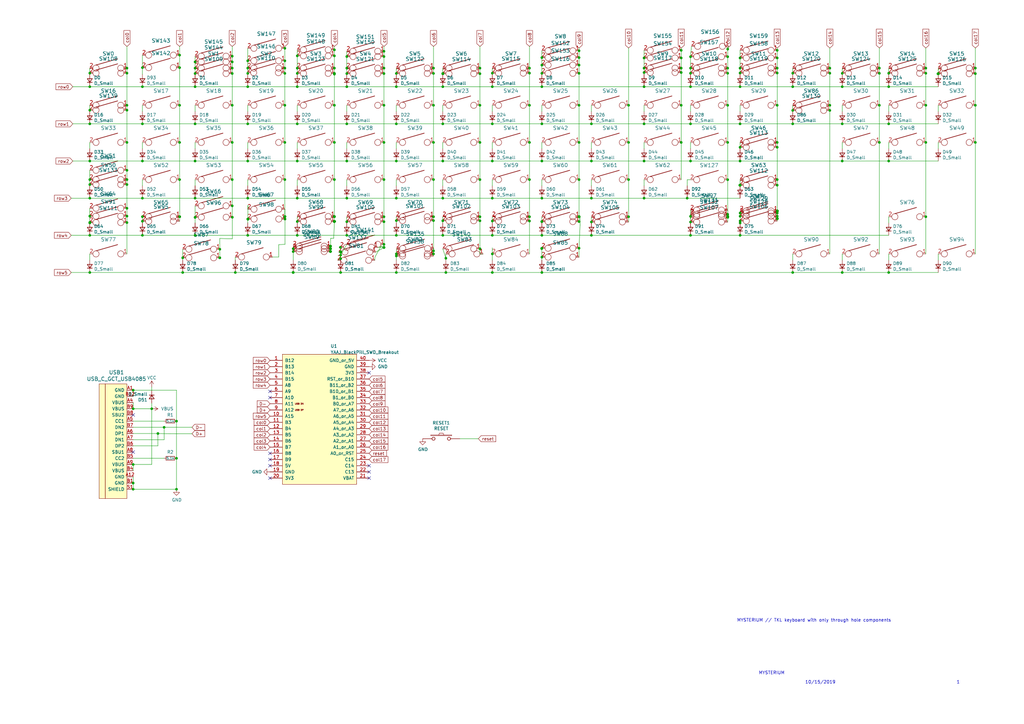
<source format=kicad_sch>
(kicad_sch (version 20220104) (generator eeschema)
  (paper "A3")
  (junction (at 121.92 96.52))
  (junction (at 142.24 81.28))
  (junction (at 379.73 88.9))
  (junction (at 62.23 167.64))
  (junction (at 181.61 50.8))
  (junction (at 54.61 160.02))
  (junction (at 137.0838 88.8238))
  (junction (at 364.49 111.76))
  (junction (at 201.93 90.6526))
  (junction (at 196.85 73.66))
  (junction (at 360.68 27.94))
  (junction (at 222.25 66.04))
  (junction (at 116.84 73.66))
  (junction (at 52.07 75.692))
  (junction (at 177.8 43.18))
  (junction (at 80.01 66.04))
  (junction (at 137.16 90.8304))
  (junction (at 142.24 23.1902))
  (junction (at 52.07 45.1866))
  (junction (at 101.727 89.8398))
  (junction (at 139.7508 103.3526))
  (junction (at 139.6746 103.3526))
  (junction (at 201.93 111.76))
  (junction (at 101.6 96.52))
  (junction (at 318.77 20.6502))
  (junction (at 318.77 23.7744))
  (junction (at 217.17 88.9))
  (junction (at 137.16 30.4038))
  (junction (at 73.66 73.66))
  (junction (at 340.36 27.94))
  (junction (at 116.84 27.94))
  (junction (at 181.5846 30.1752))
  (junction (at 303.53 60.4012))
  (junction (at 137.16 22.9108))
  (junction (at 121.92 90.8558))
  (junction (at 303.5046 75.9714))
  (junction (at 157.48 30.1752))
  (junction (at 73.66 88.8746))
  (junction (at 80.01 27.94))
  (junction (at 95.25 73.66))
  (junction (at 196.85 102.0318))
  (junction (at 137.16 30.099))
  (junction (at 52.07 69.85))
  (junction (at 177.8 30.1244))
  (junction (at 303.53 66.04))
  (junction (at 137.16 90.8558))
  (junction (at 36.83 29.9974))
  (junction (at 157.48 58.42))
  (junction (at 257.81 58.42))
  (junction (at 283.21 88.7222))
  (junction (at 298.45 23.2664))
  (junction (at 54.61 198.12))
  (junction (at 181.61 35.56))
  (junction (at 217.17 73.66))
  (junction (at 80.01 30.1498))
  (junction (at 142.24 66.04))
  (junction (at 52.07 27.94))
  (junction (at 364.49 30.0482))
  (junction (at 217.17 27.94))
  (junction (at 52.07 73.66))
  (junction (at 237.49 30.0736))
  (junction (at 364.49 66.04))
  (junction (at 54.61 167.64))
  (junction (at 222.25 81.28))
  (junction (at 298.45 30.0482))
  (junction (at 52.07 58.42))
  (junction (at 72.39 200.66))
  (junction (at 279.4 27.94))
  (junction (at 139.7 106.0958))
  (junction (at 101.6 66.04))
  (junction (at 318.77 58.42))
  (junction (at 318.7954 86.5378))
  (junction (at 201.93 35.56))
  (junction (at 73.66 22.606))
  (junction (at 182.88 105.918))
  (junction (at 116.8908 89.8398))
  (junction (at 58.42 50.8))
  (junction (at 379.73 43.18))
  (junction (at 121.92 66.04))
  (junction (at 121.92 22.9108))
  (junction (at 360.68 58.42))
  (junction (at 360.68 43.18))
  (junction (at 162.56 96.52))
  (junction (at 74.93 111.76))
  (junction (at 101.6 81.28))
  (junction (at 237.49 58.42))
  (junction (at 325.12 35.56))
  (junction (at 162.56 35.56))
  (junction (at 36.83 73.66))
  (junction (at 142.24 30.1752))
  (junction (at 116.84 30.099))
  (junction (at 298.45 27.94))
  (junction (at 279.4 58.42))
  (junction (at 257.81 73.66))
  (junction (at 318.7954 87.376))
  (junction (at 162.56 111.76))
  (junction (at 222.25 101.8032))
  (junction (at 222.25 23.622))
  (junction (at 364.49 50.8))
  (junction (at 116.84 19.812))
  (junction (at 242.57 81.28))
  (junction (at 182.88 111.76))
  (junction (at 181.61 30.226))
  (junction (at 36.83 45.1866))
  (junction (at 101.6508 89.8398))
  (junction (at 120.2436 103.1748))
  (junction (at 360.68 30.0736))
  (junction (at 139.7 111.76))
  (junction (at 137.1346 90.8304))
  (junction (at 137.16 27.94))
  (junction (at 325.12 45.2882))
  (junction (at 298.45 87.9094))
  (junction (at 257.81 43.18))
  (junction (at 73.66 43.18))
  (junction (at 283.21 30.0482))
  (junction (at 222.1738 101.9556))
  (junction (at 318.77 73.66))
  (junction (at 237.49 101.8032))
  (junction (at 101.6 24.9428))
  (junction (at 80.01 35.56))
  (junction (at 379.73 27.94))
  (junction (at 217.17 58.42))
  (junction (at 298.5262 88.8238))
  (junction (at 162.56 104.14))
  (junction (at 58.42 35.56))
  (junction (at 121.92 27.94))
  (junction (at 298.45 73.7108))
  (junction (at 177.8 104.14))
  (junction (at 201.93 29.9974))
  (junction (at 36.83 91.4146))
  (junction (at 201.93 66.04))
  (junction (at 298.45 88.9))
  (junction (at 222.25 35.56))
  (junction (at 345.44 30.0736))
  (junction (at 196.85 90.551))
  (junction (at 318.77 29.9466))
  (junction (at 237.49 73.66))
  (junction (at 201.93 81.28))
  (junction (at 201.93 50.8))
  (junction (at 181.61 66.04))
  (junction (at 36.83 75.692))
  (junction (at 298.4754 88.7476))
  (junction (at 80.01 81.28))
  (junction (at 139.7 104.6226))
  (junction (at 116.84 88.9))
  (junction (at 303.53 35.56))
  (junction (at 264.16 23.7744))
  (junction (at 303.6062 75.946))
  (junction (at 264.16 81.28))
  (junction (at 139.7254 103.3272))
  (junction (at 318.8716 86.5378))
  (junction (at 135.5852 103.1494))
  (junction (at 135.4836 102.0064))
  (junction (at 80.01 50.8))
  (junction (at 137.16 88.7984))
  (junction (at 135.5852 102.0318))
  (junction (at 384.81 30.2006))
  (junction (at 279.4 23.7744))
  (junction (at 303.53 50.8))
  (junction (at 318.77 86.5378))
  (junction (at 157.48 73.66))
  (junction (at 177.8 102.8954))
  (junction (at 237.49 20.828))
  (junction (at 137.1854 90.805))
  (junction (at 400.05 43.18))
  (junction (at 90.0938 105.7402))
  (junction (at 318.77 89.6874))
  (junction (at 237.49 26.6954))
  (junction (at 279.4 20.6502))
  (junction (at 303.5046 75.9206))
  (junction (at 95.25 25.4))
  (junction (at 340.36 43.18))
  (junction (at 283.21 35.56))
  (junction (at 157.48 100.2284))
  (junction (at 72.39 172.72))
  (junction (at 283.21 50.8))
  (junction (at 120.2436 111.7346))
  (junction (at 222.25 96.52))
  (junction (at 196.85 88.9))
  (junction (at 400.05 27.94))
  (junction (at 162.56 81.28))
  (junction (at 264.16 27.94))
  (junction (at 303.53 23.7744))
  (junction (at 58.42 90.7288))
  (junction (at 222.25 105.4608))
  (junction (at 283.21 66.04))
  (junction (at 142.24 90.932))
  (junction (at 137.16 20.447))
  (junction (at 264.16 50.8))
  (junction (at 139.7 103.3526))
  (junction (at 36.83 91.3892))
  (junction (at 279.4 43.18))
  (junction (at 116.8908 88.7984))
  (junction (at 242.57 96.52))
  (junction (at 36.83 91.2876))
  (junction (at 36.83 35.56))
  (junction (at 264.16 35.56))
  (junction (at 318.7954 88.6714))
  (junction (at 303.53 27.94))
  (junction (at 303.53 75.946))
  (junction (at 364.49 35.56))
  (junction (at 101.6 35.56))
  (junction (at 318.8208 86.5378))
  (junction (at 325.12 30.0228))
  (junction (at 121.92 35.56))
  (junction (at 157.48 88.9))
  (junction (at 340.36 45.2882))
  (junction (at 264.16 66.04))
  (junction (at 400.05 58.42))
  (junction (at 95.25 23.0378))
  (junction (at 303.5554 88.6714))
  (junction (at 54.61 200.66))
  (junction (at 96.52 111.76))
  (junction (at 73.7108 88.8746))
  (junction (at 237.4646 88.8746))
  (junction (at 157.48 27.94))
  (junction (at 101.6762 89.8652))
  (junction (at 80.0608 89.1032))
  (junction (at 196.85 58.42))
  (junction (at 95.3008 89.1032))
  (junction (at 318.77 75.946))
  (junction (at 137.1854 90.8304))
  (junction (at 345.44 35.56))
  (junction (at 157.48 101.5238))
  (junction (at 318.77 27.94))
  (junction (at 162.56 66.04))
  (junction (at 201.93 104.14))
  (junction (at 181.61 96.52))
  (junction (at 142.24 50.8))
  (junction (at 325.12 50.8))
  (junction (at 222.2246 90.8812))
  (junction (at 52.07 91.2876))
  (junction (at 162.56 90.4748))
  (junction (at 303.5554 91.44))
  (junction (at 162.56 104.9782))
  (junction (at 52.07 85.4202))
  (junction (at 116.84 58.42))
  (junction (at 139.7254 103.3526))
  (junction (at 121.92 50.8))
  (junction (at 137.16 43.18))
  (junction (at 303.4792 75.9714))
  (junction (at 67.31 175.26))
  (junction (at 345.44 50.8))
  (junction (at 237.49 88.9))
  (junction (at 242.57 50.8))
  (junction (at 303.5554 90.6272))
  (junction (at 196.85 43.18))
  (junction (at 283.21 23.2664))
  (junction (at 181.6862 30.2006))
  (junction (at 222.25 26.6954))
  (junction (at 400.05 30.2006))
  (junction (at 36.83 66.04))
  (junction (at 181.61 81.28))
  (junction (at 80.01 89.1794))
  (junction (at 157.48 90.932))
  (junction (at 157.48 23.1902))
  (junction (at 279.4 29.7434))
  (junction (at 135.5852 100.965))
  (junction (at 36.83 96.52))
  (junction (at 74.93 105.7402))
  (junction (at 95.25 43.18))
  (junction (at 303.5554 87.376))
  (junction (at 196.85 30.226))
  (junction (at 121.92 30.099))
  (junction (at 237.5154 88.8746))
  (junction (at 142.24 27.94))
  (junction (at 36.9062 91.186))
  (junction (at 222.25 90.8812))
  (junction (at 384.8354 30.226))
  (junction (at 95.25 58.42))
  (junction (at 64.77 177.8))
  (junction (at 345.44 66.04))
  (junction (at 298.45 43.18))
  (junction (at 90.17 102.2096))
  (junction (at 135.4836 103.1748))
  (junction (at 242.57 66.04))
  (junction (at 135.4836 100.965))
  (junction (at 80.01 25.4))
  (junction (at 54.61 190.5))
  (junction (at 36.83 111.76))
  (junction (at 283.21 96.52))
  (junction (at 237.49 90.8812))
  (junction (at 237.49 43.18))
  (junction (at 340.36 30.0228))
  (junction (at 142.24 96.52))
  (junction (at 157.48 101.473))
  (junction (at 101.6 50.8))
  (junction (at 217.17 29.9974))
  (junction (at 298.45 20.1422))
  (junction (at 120.2436 111.76))
  (junction (at 72.39 187.96))
  (junction (at 137.16 88.9))
  (junction (at 298.45 58.42))
  (junction (at 222.25 30.0736))
  (junction (at 298.4754 88.8238))
  (junction (at 139.6238 101.4222))
  (junction (at 137.1346 90.8558))
  (junction (at 318.77 60.4012))
  (junction (at 237.49 23.622))
  (junction (at 222.25 111.76))
  (junction (at 283.21 91.059))
  (junction (at 58.42 96.52))
  (junction (at 303.5554 96.52))
  (junction (at 257.81 88.9))
  (junction (at 101.6 27.94))
  (junction (at 58.42 88.8746))
  (junction (at 36.83 88.646))
  (junction (at 217.17 43.18))
  (junction (at 162.56 50.8))
  (junction (at 157.48 21.0312))
  (junction (at 345.44 111.76))
  (junction (at 384.7084 30.2514))
  (junction (at 116.84 43.18))
  (junction (at 90.17 105.7402))
  (junction (at 58.42 81.28))
  (junction (at 318.77 43.18))
  (junction (at 36.83 81.28))
  (junction (at 201.93 96.52))
  (junction (at 177.8 90.4748))
  (junction (at 95.25 30.1498))
  (junction (at 52.07 29.9974))
  (junction (at 237.5154 88.8238))
  (junction (at 181.61 90.551))
  (junction (at 318.8462 89.662))
  (junction (at 101.6 30.099))
  (junction (at 283.21 27.94))
  (junction (at 162.56 30.1244))
  (junction (at 177.8 27.94))
  (junction (at 58.42 66.04))
  (junction (at 58.42 27.7368))
  (junction (at 303.53 75.9714))
  (junction (at 222.25 50.8))
  (junction (at 177.8 73.66))
  (junction (at 121.92 81.28))
  (junction (at 142.24 35.56))
  (junction (at 80.01 96.52))
  (junction (at 384.8608 30.2768))
  (junction (at 318.7954 89.6366))
  (junction (at 95.25 27.94))
  (junction (at 217.17 90.6526))
  (junction (at 137.16 90.805))
  (junction (at 157.48 43.18))
  (junction (at 36.83 50.8))
  (junction (at 242.57 91.0336))
  (junction (at 52.07 43.18))
  (junction (at 137.1346 30.2006))
  (junction (at 384.7846 30.226))
  (junction (at 73.66 58.42))
  (junction (at 303.53 29.9466))
  (junction (at 95.25 84.4296))
  (junction (at 73.66 27.7368))
  (junction (at 196.85 27.94))
  (junction (at 281.8384 81.28))
  (junction (at 298.45 88.7222))
  (junction (at 116.84 24.9428))
  (junction (at 177.8 88.9))
  (junction (at 177.8 58.42))
  (junction (at 181.6354 30.2006))
  (junction (at 298.5008 89.154))
  (junction (at 379.73 58.42))
  (junction (at 120.2436 102.0064))
  (junction (at 137.16 58.42))
  (junction (at 137.16 73.66))
  (junction (at 52.07 88.646))
  (junction (at 325.12 111.76))
  (junction (at 264.16 29.7434))
  (junction (at 379.73 30.0482))
  (no_connect (at 110.744 196.088))
  (no_connect (at 110.744 191.008))
  (no_connect (at 110.744 188.468))
  (no_connect (at 110.744 185.928))
  (no_connect (at 151.384 191.008))
  (no_connect (at 151.384 193.548))
  (no_connect (at 151.384 196.088))
  (no_connect (at 151.384 152.908))
  (no_connect (at 110.744 163.068))
  (no_connect (at 54.61 170.18))
  (no_connect (at 110.744 160.528))
  (no_connect (at 54.61 185.42))
  (wire (pts (xy 54.61 198.12) (xy 54.61 200.66)))
  (wire (pts (xy 222.25 91.44) (xy 222.25 90.8812)))
  (wire (pts (xy 80.01 25.4) (xy 80.01 27.94)))
  (wire (pts (xy 54.61 175.26) (xy 67.31 175.26)))
  (wire (pts (xy 279.4 43.18) (xy 279.4 58.42)))
  (wire (pts (xy 116.84 73.66) (xy 116.84 88.9)))
  (wire (pts (xy 281.8384 73.7108) (xy 283.21 73.7108)))
  (wire (pts (xy 201.93 91.44) (xy 201.93 90.6526)))
  (wire (pts (xy 181.61 45.72) (xy 181.61 43.18)))
  (wire (pts (xy 52.07 69.85) (xy 52.07 73.66)))
  (wire (pts (xy 384.7084 30.2514) (xy 384.8608 30.2768)))
  (wire (pts (xy 36.83 111.76) (xy 74.93 111.76)))
  (wire (pts (xy 181.61 90.551) (xy 181.61 88.9)))
  (wire (pts (xy 121.92 66.04) (xy 142.24 66.04)))
  (wire (pts (xy 177.8 73.66) (xy 177.8 58.42)))
  (wire (pts (xy 222.25 20.828) (xy 222.25 23.622)))
  (wire (pts (xy 54.61 177.8) (xy 64.77 177.8)))
  (wire (pts (xy 283.21 96.52) (xy 303.5554 96.52)))
  (wire (pts (xy 67.31 175.26) (xy 78.74 175.26)))
  (wire (pts (xy 364.49 30.48) (xy 364.49 30.0482)))
  (wire (pts (xy 364.49 30.0482) (xy 364.49 27.94)))
  (wire (pts (xy 360.68 27.94) (xy 360.68 30.0736)))
  (wire (pts (xy 114.3 105.41) (xy 114.3 100.33)))
  (wire (pts (xy 72.39 172.72) (xy 72.39 187.96)))
  (wire (pts (xy 95.25 27.94) (xy 95.25 25.4)))
  (wire (pts (xy 345.44 30.0736) (xy 345.44 30.48)))
  (wire (pts (xy 303.53 75.9714) (xy 303.53 75.946)))
  (wire (pts (xy 177.8 27.94) (xy 177.8 19.05)))
  (wire (pts (xy 101.4984 29.7942) (xy 101.6 30.099)))
  (wire (pts (xy 101.6 66.04) (xy 121.92 66.04)))
  (wire (pts (xy 90.17 105.918) (xy 90.0938 105.7402)))
  (wire (pts (xy 80.01 23.0378) (xy 80.01 25.4)))
  (wire (pts (xy 384.81 30.2006) (xy 384.7846 30.226)))
  (wire (pts (xy 142.24 100.2284) (xy 139.7 104.6226)))
  (wire (pts (xy 162.56 90.4748) (xy 162.56 88.9)))
  (wire (pts (xy 95.3008 89.0778) (xy 95.25 88.9)))
  (wire (pts (xy 318.77 20.6502) (xy 318.77 19.685)))
  (wire (pts (xy 298.45 43.18) (xy 298.45 58.42)))
  (wire (pts (xy 101.6 60.96) (xy 101.6 58.42)))
  (wire (pts (xy 52.07 73.66) (xy 52.07 75.692)))
  (wire (pts (xy 345.44 45.72) (xy 345.44 43.18)))
  (wire (pts (xy 58.42 22.606) (xy 58.42 27.7368)))
  (wire (pts (xy 139.7254 103.3272) (xy 139.7508 103.3526)))
  (wire (pts (xy 62.23 190.5) (xy 54.61 190.5)))
  (wire (pts (xy 95.25 25.4) (xy 95.25 23.0378)))
  (wire (pts (xy 318.77 43.18) (xy 318.77 58.42)))
  (wire (pts (xy 58.42 88.8492) (xy 58.42 88.8746)))
  (wire (pts (xy 72.39 187.96) (xy 72.39 200.66)))
  (wire (pts (xy 222.25 60.96) (xy 222.25 58.42)))
  (wire (pts (xy 58.42 88.8746) (xy 58.42 90.7288)))
  (wire (pts (xy 242.57 76.2) (xy 242.57 73.66)))
  (wire (pts (xy 345.44 111.76) (xy 325.12 111.76)))
  (wire (pts (xy 114.3 100.33) (xy 116.8908 100.2284)))
  (wire (pts (xy 139.7508 103.3526) (xy 139.7254 103.3526)))
  (wire (pts (xy 196.85 43.18) (xy 196.85 58.42)))
  (wire (pts (xy 52.07 27.94) (xy 52.07 29.9974)))
  (wire (pts (xy 90.17 105.7402) (xy 90.0938 105.7402)))
  (wire (pts (xy 298.4754 86.1568) (xy 298.45 88.9)))
  (wire (pts (xy 135.89 97.79) (xy 135.5852 97.79)))
  (wire (pts (xy 400.05 43.18) (xy 400.05 58.42)))
  (wire (pts (xy 36.83 45.1866) (xy 36.83 45.72)))
  (wire (pts (xy 139.7 106.0958) (xy 139.7 104.6226)))
  (wire (pts (xy 177.8 90.4748) (xy 177.8 102.8954)))
  (wire (pts (xy 52.07 58.42) (xy 52.07 69.85)))
  (wire (pts (xy 73.66 19.05) (xy 73.66 22.606)))
  (wire (pts (xy 36.83 66.04) (xy 58.42 66.04)))
  (wire (pts (xy 116.8908 89.8398) (xy 116.8908 88.7984)))
  (wire (pts (xy 318.77 60.4012) (xy 318.77 73.66)))
  (wire (pts (xy 162.6616 101.9048) (xy 162.56 104.14)))
  (wire (pts (xy 137.16 43.18) (xy 137.16 30.4038)))
  (wire (pts (xy 80.01 27.94) (xy 80.01 30.1498)))
  (wire (pts (xy 36.83 91.2876) (xy 36.83 91.3892)))
  (wire (pts (xy 162.56 96.52) (xy 181.61 96.52)))
  (wire (pts (xy 101.6 30.099) (xy 101.6 30.48)))
  (wire (pts (xy 36.83 75.692) (xy 36.83 76.2)))
  (wire (pts (xy 58.42 90.7288) (xy 58.42 91.44)))
  (wire (pts (xy 67.31 180.34) (xy 54.61 180.34)))
  (wire (pts (xy 303.53 60.96) (xy 303.53 60.4012)))
  (wire (pts (xy 196.85 30.226) (xy 196.85 43.18)))
  (wire (pts (xy 36.83 111.76) (xy 29.21 111.76)))
  (wire (pts (xy 181.6354 30.2006) (xy 181.6862 30.2006)))
  (wire (pts (xy 237.9218 92.3036) (xy 237.49 101.8032)))
  (wire (pts (xy 36.83 73.66) (xy 36.83 75.692)))
  (wire (pts (xy 177.8 104.14) (xy 177.8 104.9782)))
  (wire (pts (xy 36.9062 91.186) (xy 36.83 91.3892)))
  (wire (pts (xy 58.42 45.72) (xy 58.42 43.18)))
  (wire (pts (xy 139.6746 103.3526) (xy 139.7 103.3526)))
  (wire (pts (xy 121.92 45.72) (xy 121.92 43.18)))
  (wire (pts (xy 222.25 81.28) (xy 242.57 81.28)))
  (wire (pts (xy 135.5852 97.79) (xy 135.5852 100.965)))
  (wire (pts (xy 237.49 19.685) (xy 237.49 20.828)))
  (wire (pts (xy 279.4 27.94) (xy 279.4 23.7744)))
  (wire (pts (xy 120.2436 103.1748) (xy 120.2436 106.6546)))
  (wire (pts (xy 181.61 30.48) (xy 181.61 30.226)))
  (wire (pts (xy 217.17 90.6526) (xy 217.17 104.14)))
  (wire (pts (xy 137.1854 90.805) (xy 137.16 90.805)))
  (wire (pts (xy 379.73 27.94) (xy 379.73 19.685)))
  (wire (pts (xy 181.61 35.56) (xy 201.93 35.56)))
  (wire (pts (xy 318.7954 86.5378) (xy 318.8208 86.5378)))
  (wire (pts (xy 201.93 29.9974) (xy 201.93 27.94)))
  (wire (pts (xy 157.48 27.94) (xy 157.48 30.1752)))
  (wire (pts (xy 116.84 24.9428) (xy 116.84 19.812)))
  (wire (pts (xy 364.49 91.44) (xy 364.49 88.9)))
  (wire (pts (xy 237.49 26.6954) (xy 237.49 30.0736)))
  (wire (pts (xy 69.7738 177.8762) (xy 64.77 177.8)))
  (wire (pts (xy 121.92 35.56) (xy 142.24 35.56)))
  (wire (pts (xy 257.81 73.66) (xy 257.81 88.9)))
  (wire (pts (xy 217.17 29.9974) (xy 217.17 27.94)))
  (wire (pts (xy 157.48 21.0312) (xy 157.48 19.05)))
  (wire (pts (xy 298.45 30.0482) (xy 298.45 43.18)))
  (wire (pts (xy 196.85 104.1908) (xy 196.85 102.0318)))
  (wire (pts (xy 162.56 50.8) (xy 181.61 50.8)))
  (wire (pts (xy 325.12 50.8) (xy 345.44 50.8)))
  (wire (pts (xy 201.93 35.56) (xy 222.25 35.56)))
  (wire (pts (xy 283.21 45.72) (xy 283.21 43.18)))
  (wire (pts (xy 162.56 104.9782) (xy 162.56 106.68)))
  (wire (pts (xy 64.77 177.8) (xy 64.77 182.88)))
  (wire (pts (xy 157.48 100.2284) (xy 157.48 101.473)))
  (wire (pts (xy 283.21 35.56) (xy 303.53 35.56)))
  (wire (pts (xy 101.6 50.8) (xy 121.92 50.8)))
  (wire (pts (xy 135.4836 102.0064) (xy 135.5852 102.0318)))
  (wire (pts (xy 279.4 23.7744) (xy 279.4 20.6502)))
  (wire (pts (xy 237.49 23.622) (xy 237.49 26.6954)))
  (wire (pts (xy 196.85 88.9) (xy 196.85 90.551)))
  (wire (pts (xy 181.61 60.96) (xy 181.61 58.42)))
  (wire (pts (xy 264.16 76.2) (xy 264.16 73.66)))
  (wire (pts (xy 379.73 104.14) (xy 379.73 88.9)))
  (wire (pts (xy 303.53 60.4012) (xy 303.53 58.42)))
  (wire (pts (xy 139.7 104.6226) (xy 139.7 103.3526)))
  (wire (pts (xy 95.25 30.1498) (xy 95.25 27.94)))
  (wire (pts (xy 101.6 81.28) (xy 121.92 81.28)))
  (wire (pts (xy 52.07 75.692) (xy 52.07 85.4202)))
  (wire (pts (xy 52.07 29.9974) (xy 52.07 43.18)))
  (wire (pts (xy 137.16 27.94) (xy 137.16 22.9108)))
  (wire (pts (xy 96.52 111.76) (xy 120.2436 111.76)))
  (wire (pts (xy 101.727 89.8398) (xy 101.6762 89.8652)))
  (wire (pts (xy 52.07 43.18) (xy 52.07 45.1866)))
  (wire (pts (xy 116.7384 29.7942) (xy 116.84 30.099)))
  (wire (pts (xy 139.7254 103.3526) (xy 139.7 103.3526)))
  (wire (pts (xy 162.56 111.76) (xy 139.7 111.76)))
  (wire (pts (xy 257.81 43.18) (xy 257.81 19.685)))
  (wire (pts (xy 73.66 27.7368) (xy 73.66 43.18)))
  (wire (pts (xy 379.73 43.18) (xy 379.73 30.0482)))
  (wire (pts (xy 222.25 101.8032) (xy 222.1738 101.9556)))
  (wire (pts (xy 237.8964 88.773) (xy 237.5154 88.8238)))
  (wire (pts (xy 139.7 106.68) (xy 139.7 106.0958)))
  (wire (pts (xy 135.5852 100.965) (xy 135.5852 102.0318)))
  (wire (pts (xy 95.25 43.18) (xy 95.25 30.1498)))
  (wire (pts (xy 242.57 45.72) (xy 242.57 43.18)))
  (wire (pts (xy 181.61 30.226) (xy 181.5846 30.1752)))
  (wire (pts (xy 101.6 35.56) (xy 121.92 35.56)))
  (wire (pts (xy 54.61 193.04) (xy 54.61 190.5)))
  (wire (pts (xy 222.2246 90.8812) (xy 222.25 90.8812)))
  (wire (pts (xy 242.57 50.8) (xy 264.16 50.8)))
  (wire (pts (xy 177.9016 101.9048) (xy 177.8 102.8954)))
  (wire (pts (xy 121.92 22.9108) (xy 121.92 27.94)))
  (wire (pts (xy 264.16 27.94) (xy 264.16 29.7434)))
  (wire (pts (xy 222.25 90.8812) (xy 222.25 88.9)))
  (wire (pts (xy 162.56 76.2) (xy 162.56 73.66)))
  (wire (pts (xy 222.25 23.622) (xy 222.25 26.6954)))
  (wire (pts (xy 157.48 43.18) (xy 157.48 58.42)))
  (wire (pts (xy 201.93 81.28) (xy 222.25 81.28)))
  (wire (pts (xy 264.16 35.56) (xy 283.21 35.56)))
  (wire (pts (xy 201.93 104.14) (xy 201.93 106.68)))
  (wire (pts (xy 340.36 27.94) (xy 340.36 30.0228)))
  (wire (pts (xy 283.21 87.9094) (xy 283.21 88.7222)))
  (wire (pts (xy 142.24 50.8) (xy 162.56 50.8)))
  (wire (pts (xy 80.01 96.52) (xy 101.6 96.52)))
  (wire (pts (xy 237.49 43.18) (xy 237.49 58.42)))
  (wire (pts (xy 298.45 88.7222) (xy 298.4754 88.7476)))
  (wire (pts (xy 281.8384 81.28) (xy 303.53 81.28)))
  (wire (pts (xy 137.16 90.8304) (xy 137.16 90.805)))
  (wire (pts (xy 52.07 91.2876) (xy 52.07 104.14)))
  (wire (pts (xy 283.21 88.7222) (xy 283.21 91.059)))
  (wire (pts (xy 400.05 30.2006) (xy 400.05 43.18)))
  (wire (pts (xy 181.5846 30.1752) (xy 181.6354 30.2006)))
  (wire (pts (xy 237.5154 88.8238) (xy 237.5154 88.8746)))
  (wire (pts (xy 303.53 29.9466) (xy 303.53 30.48)))
  (wire (pts (xy 36.83 35.56) (xy 29.845 35.56)))
  (wire (pts (xy 137.16 22.9108) (xy 137.16 20.447)))
  (wire (pts (xy 279.4 29.7434) (xy 279.4 43.18)))
  (wire (pts (xy 303.53 66.04) (xy 345.44 66.04)))
  (wire (pts (xy 156.3116 100.8634) (xy 157.48 101.473)))
  (wire (pts (xy 379.73 58.42) (xy 379.73 43.18)))
  (wire (pts (xy 116.8908 100.2284) (xy 116.8908 89.8398)))
  (wire (pts (xy 54.61 160.02) (xy 72.39 160.02)))
  (wire (pts (xy 325.12 106.68) (xy 325.12 104.14)))
  (wire (pts (xy 222.25 111.76) (xy 325.12 111.76)))
  (wire (pts (xy 157.48 23.1902) (xy 157.48 21.0312)))
  (wire (pts (xy 137.16 90.805) (xy 137.16 88.9)))
  (wire (pts (xy 242.57 96.52) (xy 283.21 96.52)))
  (wire (pts (xy 237.49 73.66) (xy 237.49 88.9)))
  (wire (pts (xy 201.93 66.04) (xy 222.25 66.04)))
  (wire (pts (xy 283.21 27.94) (xy 283.21 30.0482)))
  (wire (pts (xy 137.16 88.7984) (xy 137.0838 88.8238)))
  (wire (pts (xy 36.83 96.52) (xy 58.42 96.52)))
  (wire (pts (xy 80.01 66.04) (xy 101.6 66.04)))
  (wire (pts (xy 177.8 30.1244) (xy 177.8 27.94)))
  (wire (pts (xy 177.8 88.9) (xy 177.8 90.4748)))
  (wire (pts (xy 281.8384 76.2) (xy 281.8384 73.7108)))
  (wire (pts (xy 154.178 103.3526) (xy 157.48 101.5238)))
  (wire (pts (xy 318.7954 90.6272) (xy 318.77 89.6874)))
  (wire (pts (xy 121.92 76.2) (xy 121.92 73.66)))
  (wire (pts (xy 196.85 27.94) (xy 196.85 30.226)))
  (wire (pts (xy 201.93 45.72) (xy 201.93 43.18)))
  (wire (pts (xy 257.81 91.0336) (xy 257.81 88.9)))
  (wire (pts (xy 58.42 76.2) (xy 58.42 73.66)))
  (wire (pts (xy 142.24 60.96) (xy 142.24 58.42)))
  (wire (pts (xy 283.21 30.0482) (xy 283.21 30.48)))
  (wire (pts (xy 318.8462 89.662) (xy 318.7954 89.6366)))
  (wire (pts (xy 384.81 111.76) (xy 364.49 111.76)))
  (wire (pts (xy 54.61 165.1) (xy 54.61 167.64)))
  (wire (pts (xy 279.4 27.94) (xy 279.4 29.7434)))
  (wire (pts (xy 136.8806 97.7392) (xy 137.16 90.8558)))
  (wire (pts (xy 95.25 84.4296) (xy 95.25 73.66)))
  (wire (pts (xy 162.56 60.96) (xy 162.56 58.42)))
  (wire (pts (xy 74.93 111.76) (xy 96.52 111.76)))
  (wire (pts (xy 116.84 58.42) (xy 116.84 73.66)))
  (wire (pts (xy 364.49 45.72) (xy 364.49 43.18)))
  (wire (pts (xy 121.92 50.8) (xy 142.24 50.8)))
  (wire (pts (xy 73.66 22.606) (xy 73.66 27.7368)))
  (wire (pts (xy 162.56 104.14) (xy 162.56 104.9782)))
  (wire (pts (xy 303.53 75.9714) (xy 303.5046 75.9714)))
  (wire (pts (xy 217.17 88.9) (xy 217.17 90.6526)))
  (wire (pts (xy 217.17 73.66) (xy 217.17 58.42)))
  (wire (pts (xy 54.61 167.64) (xy 62.23 167.64)))
  (wire (pts (xy 257.81 58.42) (xy 257.81 43.18)))
  (wire (pts (xy 162.56 81.28) (xy 181.61 81.28)))
  (wire (pts (xy 303.53 50.8) (xy 325.12 50.8)))
  (wire (pts (xy 95.3008 89.1032) (xy 95.3008 97.9678)))
  (wire (pts (xy 36.83 27.94) (xy 36.83 29.9974)))
  (wire (pts (xy 181.61 91.44) (xy 181.61 90.551)))
  (wire (pts (xy 137.16 90.8304) (xy 137.1854 90.805)))
  (wire (pts (xy 116.8654 85.8266) (xy 116.84 88.9)))
  (wire (pts (xy 52.07 45.1866) (xy 52.07 58.42)))
  (wire (pts (xy 364.49 66.04) (xy 384.81 66.04)))
  (wire (pts (xy 162.56 66.04) (xy 181.61 66.04)))
  (wire (pts (xy 217.17 27.94) (xy 217.17 19.05)))
  (wire (pts (xy 298.45 19.685) (xy 298.45 20.1422)))
  (wire (pts (xy 318.77 27.94) (xy 318.77 29.9466)))
  (wire (pts (xy 298.45 27.94) (xy 298.45 30.0482)))
  (wire (pts (xy 201.93 60.96) (xy 201.93 58.42)))
  (wire (pts (xy 360.68 43.18) (xy 360.68 58.42)))
  (wire (pts (xy 303.5046 75.9714) (xy 303.6062 75.946)))
  (wire (pts (xy 364.49 111.76) (xy 345.44 111.76)))
  (wire (pts (xy 182.88 104.14) (xy 182.88 105.918)))
  (wire (pts (xy 196.85 27.94) (xy 196.85 19.05)))
  (wire (pts (xy 283.21 23.2664) (xy 283.21 27.94)))
  (wire (pts (xy 279.4 58.42) (xy 279.4 73.66)))
  (wire (pts (xy 217.17 43.18) (xy 217.17 29.9974)))
  (wire (pts (xy 101.6762 89.8652) (xy 101.7016 84.2518)))
  (wire (pts (xy 36.83 35.56) (xy 58.42 35.56)))
  (wire (pts (xy 318.7954 88.6714) (xy 318.7954 89.6366)))
  (wire (pts (xy 135.5852 102.0318) (xy 135.5852 103.1494)))
  (wire (pts (xy 138.938 103.3526) (xy 139.7254 103.3272)))
  (wire (pts (xy 379.73 30.0482) (xy 379.73 27.94)))
  (wire (pts (xy 384.81 30.48) (xy 384.81 30.2006)))
  (wire (pts (xy 54.61 162.56) (xy 54.61 160.02)))
  (wire (pts (xy 121.92 96.52) (xy 142.24 96.52)))
  (wire (pts (xy 181.61 30.226) (xy 181.61 27.94)))
  (wire (pts (xy 318.77 29.9466) (xy 318.77 43.18)))
  (wire (pts (xy 58.42 50.8) (xy 80.01 50.8)))
  (wire (pts (xy 237.49 90.8812) (xy 237.5154 90.8812)))
  (wire (pts (xy 36.83 81.28) (xy 58.42 81.28)))
  (wire (pts (xy 142.24 91.44) (xy 142.24 90.932)))
  (wire (pts (xy 72.39 160.02) (xy 72.39 172.72)))
  (wire (pts (xy 400.05 27.94) (xy 400.05 19.685)))
  (wire (pts (xy 384.81 30.2006) (xy 384.81 27.94)))
  (wire (pts (xy 360.68 30.0736) (xy 360.68 43.18)))
  (wire (pts (xy 303.53 20.6502) (xy 303.53 23.7744)))
  (wire (pts (xy 298.45 87.9094) (xy 298.45 88.7222)))
  (wire (pts (xy 142.24 27.94) (xy 142.24 30.1752)))
  (wire (pts (xy 36.83 66.04) (xy 29.845 66.04)))
  (wire (pts (xy 90.17 97.79) (xy 95.3008 97.9678)))
  (wire (pts (xy 121.92 30.099) (xy 121.92 30.48)))
  (wire (pts (xy 162.56 30.48) (xy 162.56 30.1244)))
  (wire (pts (xy 201.93 96.52) (xy 222.25 96.52)))
  (wire (pts (xy 137.16 88.9) (xy 137.16 88.7984)))
  (wire (pts (xy 264.16 81.28) (xy 281.8384 81.28)))
  (wire (pts (xy 222.25 111.76) (xy 201.93 111.76)))
  (wire (pts (xy 201.93 111.76) (xy 182.88 111.76)))
  (wire (pts (xy 242.57 60.96) (xy 242.57 58.42)))
  (wire (pts (xy 80.01 30.1498) (xy 80.01 30.48)))
  (wire (pts (xy 325.12 43.18) (xy 325.12 45.2882)))
  (wire (pts (xy 318.7954 86.5378) (xy 318.7954 87.376)))
  (wire (pts (xy 237.4646 88.8746) (xy 237.49 88.9)))
  (wire (pts (xy 58.42 96.52) (xy 80.01 96.52)))
  (wire (pts (xy 298.45 88.7222) (xy 298.45 88.9)))
  (wire (pts (xy 400.05 27.94) (xy 400.05 30.2006)))
  (wire (pts (xy 95.25 23.0378) (xy 95.25 19.05)))
  (wire (pts (xy 52.07 27.94) (xy 52.07 19.05)))
  (wire (pts (xy 36.83 58.42) (xy 36.83 60.96)))
  (wire (pts (xy 237.49 20.828) (xy 237.49 23.622)))
  (wire (pts (xy 345.44 60.96) (xy 345.44 58.42)))
  (wire (pts (xy 162.56 35.56) (xy 181.61 35.56)))
  (wire (pts (xy 237.9218 92.3036) (xy 237.8964 88.773)))
  (wire (pts (xy 36.83 106.68) (xy 36.83 104.14)))
  (wire (pts (xy 137.16 90.8558) (xy 137.1346 90.8558)))
  (wire (pts (xy 138.5062 106.7562) (xy 139.7 106.0958)))
  (wire (pts (xy 120.2436 102.0064) (xy 120.2436 103.1748)))
  (wire (pts (xy 298.45 73.7108) (xy 298.45 87.9094)))
  (wire (pts (xy 303.53 76.2) (xy 303.53 75.9714)))
  (wire (pts (xy 101.6 76.2) (xy 101.6 73.66)))
  (wire (pts (xy 384.7846 30.226) (xy 384.8354 30.226)))
  (wire (pts (xy 264.16 66.04) (xy 283.21 66.04)))
  (wire (pts (xy 54.61 187.96) (xy 67.31 187.96)))
  (wire (pts (xy 242.57 81.28) (xy 264.16 81.28)))
  (wire (pts (xy 62.23 167.64) (xy 62.23 190.5)))
  (wire (pts (xy 237.49 30.0736) (xy 237.49 43.18)))
  (wire (pts (xy 137.1346 90.8304) (xy 137.16 90.8304)))
  (wire (pts (xy 318.77 89.6874) (xy 318.8462 89.662)))
  (wire (pts (xy 36.83 91.2876) (xy 36.9062 91.186)))
  (wire (pts (xy 137.1346 90.8558) (xy 137.1346 90.8304)))
  (wire (pts (xy 298.4754 88.7476) (xy 298.4754 88.8238)))
  (wire (pts (xy 242.57 91.0336) (xy 242.57 88.9)))
  (wire (pts (xy 137.16 73.66) (xy 137.16 58.42)))
  (wire (pts (xy 222.25 101.9556) (xy 222.25 105.4608)))
  (wire (pts (xy 142.24 30.1752) (xy 142.24 30.48)))
  (wire (pts (xy 298.4754 88.8238) (xy 298.5008 89.154)))
  (wire (pts (xy 137.16 88.7984) (xy 137.16 73.66)))
  (wire (pts (xy 318.77 73.66) (xy 318.77 75.946)))
  (wire (pts (xy 54.61 172.72) (xy 67.31 172.72)))
  (wire (pts (xy 116.84 19.812) (xy 116.84 19.05)))
  (wire (pts (xy 345.44 35.56) (xy 364.49 35.56)))
  (wire (pts (xy 325.12 35.56) (xy 345.44 35.56)))
  (wire (pts (xy 384.81 60.96) (xy 384.81 58.42)))
  (wire (pts (xy 101.7016 84.2518) (xy 101.6254 85.8266)))
  (wire (pts (xy 303.5554 88.6714) (xy 303.5554 90.6272)))
  (wire (pts (xy 120.2436 100.965) (xy 120.2436 102.0064)))
  (wire (pts (xy 73.66 88.8746) (xy 73.7108 88.8746)))
  (wire (pts (xy 58.42 66.04) (xy 80.01 66.04)))
  (wire (pts (xy 196.85 102.0318) (xy 196.85 90.551)))
  (wire (pts (xy 67.31 175.26) (xy 67.31 180.34)))
  (wire (pts (xy 237.4138 90.8812) (xy 237.49 90.8812)))
  (wire (pts (xy 137.16 20.447) (xy 137.16 19.05)))
  (wire (pts (xy 222.25 30.0736) (xy 222.25 30.48)))
  (wire (pts (xy 264.16 60.96) (xy 264.16 58.42)))
  (wire (pts (xy 345.44 27.94) (xy 345.44 30.0736)))
  (wire (pts (xy 137.16 90.8558) (xy 137.16 90.8304)))
  (wire (pts (xy 95.25 73.66) (xy 95.25 58.42)))
  (wire (pts (xy 142.24 66.04) (xy 162.56 66.04)))
  (wire (pts (xy 303.5554 91.44) (xy 303.5554 91.4654)))
  (wire (pts (xy 237.49 88.9) (xy 237.49 90.8812)))
  (wire (pts (xy 188.595 179.9336) (xy 196.215 179.9336)))
  (wire (pts (xy 318.77 58.42) (xy 318.77 60.4012)))
  (wire (pts (xy 36.83 85.4202) (xy 36.83 88.646)))
  (wire (pts (xy 283.21 91.059) (xy 283.21 91.44)))
  (wire (pts (xy 121.92 60.96) (xy 121.92 58.42)))
  (wire (pts (xy 156.3116 100.8634) (xy 153.7716 105.4862)))
  (wire (pts (xy 101.6 45.72) (xy 101.6 43.18)))
  (wire (pts (xy 162.56 91.44) (xy 162.56 90.4748)))
  (wire (pts (xy 153.7716 105.4862) (xy 153.7462 106.7562)))
  (wire (pts (xy 298.45 23.2664) (xy 298.45 27.94)))
  (wire (pts (xy 80.01 84.4296) (xy 80.01 89.1794)))
  (wire (pts (xy 237.5154 88.8746) (xy 237.4646 88.8746)))
  (wire (pts (xy 318.77 86.5378) (xy 318.7954 86.5378)))
  (wire (pts (xy 139.7 101.4222) (xy 139.6238 101.4222)))
  (wire (pts (xy 384.8354 30.226) (xy 384.7084 30.2514)))
  (wire (pts (xy 379.73 88.9) (xy 379.73 58.42)))
  (wire (pts (xy 101.6762 89.8652) (xy 101.6 91.44)))
  (wire (pts (xy 80.01 81.28) (xy 101.6 81.28)))
  (wire (pts (xy 157.48 90.932) (xy 157.48 100.2284)))
  (wire (pts (xy 62.23 160.274) (xy 62.23 158.75)))
  (wire (pts (xy 298.45 20.1422) (xy 298.45 23.2664)))
  (wire (pts (xy 201.93 30.48) (xy 201.93 29.9974)))
  (wire (pts (xy 142.24 45.72) (xy 142.24 43.18)))
  (wire (pts (xy 222.25 96.52) (xy 242.57 96.52)))
  (wire (pts (xy 135.3566 103.1494) (xy 135.5852 103.1494)))
  (wire (pts (xy 217.17 88.9) (xy 217.17 73.66)))
  (wire (pts (xy 181.61 76.2) (xy 181.61 73.66)))
  (wire (pts (xy 80.01 76.2) (xy 80.01 73.66)))
  (wire (pts (xy 283.21 66.04) (xy 303.53 66.04)))
  (wire (pts (xy 121.92 81.28) (xy 142.24 81.28)))
  (wire (pts (xy 384.81 45.72) (xy 384.81 43.18)))
  (wire (pts (xy 74.93 105.7402) (xy 74.93 106.68)))
  (wire (pts (xy 222.25 76.2) (xy 222.25 73.66)))
  (wire (pts (xy 201.93 101.6254) (xy 201.93 104.14)))
  (wire (pts (xy 142.24 81.28) (xy 162.56 81.28)))
  (wire (pts (xy 181.61 50.8) (xy 201.93 50.8)))
  (wire (pts (xy 137.0838 88.8238) (xy 137.16 88.9)))
  (wire (pts (xy 283.6164 18.9992) (xy 283.21 23.2664)))
  (wire (pts (xy 177.8 43.18) (xy 177.8 30.1244)))
  (wire (pts (xy 318.77 23.7744) (xy 318.77 20.6502)))
  (wire (pts (xy 318.77 27.94) (xy 318.77 23.7744)))
  (wire (pts (xy 318.8208 86.5378) (xy 318.7954 89.6366)))
  (wire (pts (xy 157.48 30.1752) (xy 157.48 43.18)))
  (wire (pts (xy 237.49 101.8032) (xy 237.49 105.4608)))
  (wire (pts (xy 80.01 50.8) (xy 101.6 50.8)))
  (wire (pts (xy 135.89 97.79) (xy 136.8806 97.7392)))
  (wire (pts (xy 384.81 106.68) (xy 384.81 104.14)))
  (wire (pts (xy 283.21 50.8) (xy 303.53 50.8)))
  (wire (pts (xy 264.16 23.7744) (xy 264.16 27.94)))
  (wire (pts (xy 181.61 66.04) (xy 201.93 66.04)))
  (wire (pts (xy 135.4836 103.1748) (xy 135.3566 103.1494)))
  (wire (pts (xy 96.52 105.41) (xy 96.52 106.68)))
  (wire (pts (xy 303.53 27.94) (xy 303.53 29.9466)))
  (wire (pts (xy 142.24 21.0312) (xy 142.24 23.1902)))
  (wire (pts (xy 325.12 30.0228) (xy 325.12 27.94)))
  (wire (pts (xy 242.57 66.04) (xy 264.16 66.04)))
  (wire (pts (xy 177.8 58.42) (xy 177.8 43.18)))
  (wire (pts (xy 340.36 27.94) (xy 340.36 19.685)))
  (wire (pts (xy 73.7108 76.2) (xy 73.7108 88.8746)))
  (wire (pts (xy 264.16 45.72) (xy 264.16 43.18)))
  (wire (pts (xy 36.83 29.9974) (xy 36.83 30.48)))
  (wire (pts (xy 181.61 81.28) (xy 201.93 81.28)))
  (wire (pts (xy 101.6 24.9428) (xy 101.6 27.94)))
  (wire (pts (xy 157.48 101.5238) (xy 157.48 101.473)))
  (wire (pts (xy 222.25 50.8) (xy 242.57 50.8)))
  (wire (pts (xy 303.53 35.56) (xy 325.12 35.56)))
  (wire (pts (xy 142.24 96.52) (xy 162.56 96.52)))
  (wire (pts (xy 217.17 58.42) (xy 217.17 43.18)))
  (wire (pts (xy 142.24 90.932) (xy 142.24 88.9)))
  (wire (pts (xy 154.8638 101.4222) (xy 157.48 101.473)))
  (wire (pts (xy 120.2436 111.7346) (xy 120.2436 111.76)))
  (wire (pts (xy 157.48 27.94) (xy 157.48 23.1902)))
  (wire (pts (xy 177.8 73.66) (xy 177.8 88.9)))
  (wire (pts (xy 182.88 105.918) (xy 182.88 106.68)))
  (wire (pts (xy 345.44 50.8) (xy 364.49 50.8)))
  (wire (pts (xy 52.07 85.4202) (xy 52.07 88.646)))
  (wire (pts (xy 157.48 58.42) (xy 157.48 73.66)))
  (wire (pts (xy 73.7108 88.8746) (xy 73.66 90.7288)))
  (wire (pts (xy 298.45 58.42) (xy 298.45 73.7108)))
  (wire (pts (xy 157.48 73.66) (xy 157.48 88.9)))
  (wire (pts (xy 222.25 101.9556) (xy 222.1738 101.9556)))
  (wire (pts (xy 36.83 96.52) (xy 29.21 96.52)))
  (wire (pts (xy 345.44 106.68) (xy 345.44 104.14)))
  (wire (pts (xy 116.8908 88.7984) (xy 116.84 88.9)))
  (wire (pts (xy 80.01 45.72) (xy 80.01 43.18)))
  (wire (pts (xy 64.77 182.88) (xy 54.61 182.88)))
  (wire (pts (xy 360.68 27.94) (xy 360.68 19.685)))
  (wire (pts (xy 196.85 58.42) (xy 196.85 73.66)))
  (wire (pts (xy 36.83 50.8) (xy 58.42 50.8)))
  (wire (pts (xy 222.25 106.68) (xy 222.25 105.4608)))
  (wire (pts (xy 137.1854 90.8304) (xy 137.16 90.8304)))
  (wire (pts (xy 36.83 91.4146) (xy 36.83 91.44)))
  (wire (pts (xy 142.24 35.56) (xy 162.56 35.56)))
  (wire (pts (xy 298.4754 88.8238) (xy 298.5262 88.8238)))
  (wire (pts (xy 121.92 27.94) (xy 121.92 30.099)))
  (wire (pts (xy 36.83 69.85) (xy 36.83 73.66)))
  (wire (pts (xy 283.21 60.96) (xy 283.21 58.42)))
  (wire (pts (xy 52.07 88.646) (xy 52.07 91.2876)))
  (wire (pts (xy 303.4792 75.9714) (xy 303.5046 75.9714)))
  (wire (pts (xy 116.84 43.18) (xy 116.84 58.42)))
  (wire (pts (xy 303.53 73.66) (xy 303.53 75.946)))
  (wire (pts (xy 121.92 90.8558) (xy 121.92 91.44)))
  (wire (pts (xy 303.5554 86.5378) (xy 303.5554 87.376)))
  (wire (pts (xy 137.16 30.099) (xy 137.1346 30.2006)))
  (wire (pts (xy 36.83 43.18) (xy 36.83 45.1866)))
  (wire (pts (xy 157.48 88.9) (xy 157.48 90.932)))
  (wire (pts (xy 36.83 88.646) (xy 36.83 91.2876)))
  (wire (pts (xy 162.56 30.1244) (xy 162.56 27.94)))
  (wire (pts (xy 90.17 102.2096) (xy 90.17 105.7402)))
  (wire (pts (xy 303.53 23.7744) (xy 303.53 27.94)))
  (wire (pts (xy 318.8208 86.5378) (xy 318.8716 86.5378)))
  (wire (pts (xy 142.24 76.2) (xy 142.24 73.66)))
  (wire (pts (xy 58.42 60.96) (xy 58.42 58.42)))
  (wire (pts (xy 318.7954 87.376) (xy 318.7954 88.6714)))
  (wire (pts (xy 298.45 88.9) (xy 298.45 91.059)))
  (wire (pts (xy 116.84 27.94) (xy 116.84 30.099)))
  (wire (pts (xy 95.3008 89.0778) (xy 95.3008 89.1032)))
  (wire (pts (xy 364.49 60.96) (xy 364.49 58.42)))
  (wire (pts (xy 137.16 58.42) (xy 137.16 43.18)))
  (wire (pts (xy 325.12 30.48) (xy 325.12 30.0228)))
  (wire (pts (xy 95.25 58.42) (xy 95.25 43.18)))
  (wire (pts (xy 340.36 45.2882) (xy 340.36 104.14)))
  (wire (pts (xy 325.12 45.2882) (xy 325.12 45.72)))
  (wire (pts (xy 303.5046 75.9206) (xy 303.5046 75.9714)))
  (wire (pts (xy 36.83 91.3892) (xy 36.83 91.4146)))
  (wire (pts (xy 162.56 45.72) (xy 162.56 43.18)))
  (wire (pts (xy 90.17 97.79) (xy 90.17 102.2096)))
  (wire (pts (xy 201.93 50.8) (xy 222.25 50.8)))
  (wire (pts (xy 101.6 96.52) (xy 121.92 96.52)))
  (wire (pts (xy 196.85 73.66) (xy 196.85 88.9)))
  (wire (pts (xy 62.23 167.64) (xy 62.23 165.354)))
  (wire (pts (xy 264.16 29.7434) (xy 264.16 30.48)))
  (wire (pts (xy 364.49 106.68) (xy 364.49 104.14)))
  (wire (pts (xy 364.49 50.8) (xy 384.81 50.8)))
  (wire (pts (xy 73.66 43.18) (xy 73.66 58.42)))
  (wire (pts (xy 114.3 105.41) (xy 111.76 105.41)))
  (wire (pts (xy 182.88 111.76) (xy 162.56 111.76)))
  (wire (pts (xy 364.49 35.56) (xy 384.81 35.56)))
  (wire (pts (xy 80.01 35.56) (xy 101.6 35.56)))
  (wire (pts (xy 116.84 30.099) (xy 116.84 43.18)))
  (wire (pts (xy 121.92 20.447) (xy 121.92 22.9108)))
  (wire (pts (xy 242.57 91.44) (xy 242.57 91.0336)))
  (wire (pts (xy 303.53 75.946) (xy 303.5046 75.9206)))
  (wire (pts (xy 303.5554 90.6272) (xy 303.5554 91.44)))
  (wire (pts (xy 264.16 20.6502) (xy 264.16 23.7744)))
  (wire (pts (xy 54.61 200.66) (xy 72.39 200.66)))
  (wire (pts (xy 74.93 102.2096) (xy 74.93 105.7402)))
  (wire (pts (xy 80.01 89.1794) (xy 80.01 91.44)))
  (wire (pts (xy 222.25 26.6954) (xy 222.25 30.0736)))
  (wire (pts (xy 58.42 35.56) (xy 80.01 35.56)))
  (wire (pts (xy 80.01 60.96) (xy 80.01 58.42)))
  (wire (pts (xy 360.68 58.42) (xy 360.68 104.14)))
  (wire (pts (xy 58.42 27.7368) (xy 58.42 30.48)))
  (wire (pts (xy 137.1346 30.2006) (xy 137.16 30.4038)))
  (wire (pts (xy 237.49 58.42) (xy 237.49 73.66)))
  (wire (pts (xy 303.53 45.72) (xy 303.53 43.18)))
  (wire (pts (xy 257.81 73.66) (xy 257.81 58.42)))
  (wire (pts (xy 54.61 195.58) (xy 54.61 198.12)))
  (wire (pts (xy 283.2354 86.1568) (xy 283.21 89.8652)))
  (wire (pts (xy 69.7738 177.8762) (xy 78.74 177.8762)))
  (wire (pts (xy 121.92 88.7984) (xy 121.92 90.8558)))
  (wire (pts (xy 340.36 43.18) (xy 340.36 45.2882)))
  (wire (pts (xy 116.84 27.94) (xy 116.84 24.9428)))
  (wire (pts (xy 95.25 88.9) (xy 95.25 84.4296)))
  (wire (pts (xy 120.2436 111.76) (xy 139.7 111.76)))
  (wire (pts (xy 181.61 102.0318) (xy 182.88 105.918)))
  (wire (pts (xy 137.16 30.4038) (xy 137.16 30.099)))
  (wire (pts (xy 135.4836 100.965) (xy 135.5852 100.965)))
  (wire (pts (xy 73.66 58.42) (xy 73.66 73.66)))
  (wire (pts (xy 58.42 81.28) (xy 80.01 81.28)))
  (wire (pts (xy 101.6 27.94) (xy 101.6 30.099)))
  (wire (pts (xy 101.6508 89.8398) (xy 101.727 89.8398)))
  (wire (pts (xy 201.93 76.2) (xy 201.93 73.66)))
  (wire (pts (xy 201.93 90.6526) (xy 201.93 88.9)))
  (wire (pts (xy 90.17 105.7402) (xy 90.17 105.918)))
  (wire (pts (xy 264.16 50.8) (xy 283.21 50.8)))
  (wire (pts (xy 279.4 20.6502) (xy 279.4 19.685)))
  (wire (pts (xy 222.25 45.72) (xy 222.25 43.18)))
  (wire (pts (xy 101.6 19.812) (xy 101.6 24.9428)))
  (wire (pts (xy 303.5554 87.376) (xy 303.5554 88.6714)))
  (wire (pts (xy 222.25 66.04) (xy 242.57 66.04)))
  (wire (pts (xy 139.7 103.3526) (xy 139.7 101.4222)))
  (wire (pts (xy 142.24 23.1902) (xy 142.24 27.94)))
  (wire (pts (xy 73.7108 76.2) (xy 73.66 73.66)))
  (wire (pts (xy 36.83 50.8) (xy 29.845 50.8)))
  (wire (pts (xy 303.5554 96.52) (xy 364.49 96.52)))
  (wire (pts (xy 222.25 35.56) (xy 264.16 35.56)))
  (wire (pts (xy 340.36 30.0228) (xy 340.36 43.18)))
  (wire (pts (xy 36.83 81.28) (xy 29.21 81.28)))
  (wire (pts (xy 181.61 96.52) (xy 201.93 96.52)))
  (wire (pts (xy 137.16 30.099) (xy 137.16 27.94)))
  (wire (pts (xy 177.8 102.8954) (xy 177.8 104.14)))
  (wire (pts (xy 196.85 104.1908) (xy 198.12 104.14)))
  (wire (pts (xy 298.8564 18.9992) (xy 298.45 20.1422)))
  (wire (pts (xy 318.77 75.946) (xy 318.77 86.5378)))
  (wire (pts (xy 345.44 66.04) (xy 364.49 66.04)))
  (wire (pts (xy 400.05 58.42) (xy 400.05 104.14)))
  (wire (pts (xy 80.0608 89.1032) (xy 80.01 89.1794)))
  (text "MYSTERIUM // TKL keyboard with only through hole components" (at 302.26 255.27 0) (effects (font (size 1.27 1.27)) (justify left bottom)))
  (text "10/15/2019" (at 330.2 280.67 0) (effects (font (size 1.27 1.27)) (justify left bottom)))
  (text "1" (at 393.7 280.67 0) (effects (font (size 1.27 1.27)) (justify right bottom)))
  (text "MYSTERIUM" (at 311.15 276.86 0) (effects (font (size 1.27 1.27)) (justify left bottom)))
  (global_label "col0" (shape input) (at 52.07 19.05 90) (property "Intersheet References" "${INTERSHEET_REFS}" (effects hide)))
  (global_label "row4" (shape input) (at 110.744 157.988 180) (property "Intersheet References" "${INTERSHEET_REFS}" (effects hide)))
  (global_label "col4" (shape input) (at 110.744 183.388 180) (property "Intersheet References" "${INTERSHEET_REFS}" (effects hide)))
  (global_label "col9" (shape input) (at 237.49 19.685 90) (property "Intersheet References" "${INTERSHEET_REFS}" (effects hide)))
  (global_label "row0" (shape input) (at 110.744 147.828 180) (property "Intersheet References" "${INTERSHEET_REFS}" (effects hide)))
  (global_label "col2" (shape input) (at 110.744 178.308 180) (property "Intersheet References" "${INTERSHEET_REFS}" (effects hide)))
  (global_label "D+" (shape input) (at 78.74 177.8762 0) (property "Intersheet References" "${INTERSHEET_REFS}" (effects hide)))
  (global_label "col15" (shape input) (at 360.68 19.685 90) (property "Intersheet References" "${INTERSHEET_REFS}" (effects hide)))
  (global_label "col11" (shape input) (at 151.384 170.688 0) (property "Intersheet References" "${INTERSHEET_REFS}" (effects hide)))
  (global_label "col12" (shape input) (at 151.384 173.228 0) (property "Intersheet References" "${INTERSHEET_REFS}" (effects hide)))
  (global_label "row2" (shape input) (at 110.744 152.908 180) (property "Intersheet References" "${INTERSHEET_REFS}" (effects hide)))
  (global_label "col12" (shape input) (at 298.45 19.685 90) (property "Intersheet References" "${INTERSHEET_REFS}" (effects hide)))
  (global_label "col16" (shape input) (at 151.384 183.388 0) (property "Intersheet References" "${INTERSHEET_REFS}" (effects hide)))
  (global_label "reset" (shape input) (at 151.384 185.928 0) (property "Intersheet References" "${INTERSHEET_REFS}" (effects hide)))
  (global_label "row3" (shape input) (at 110.744 155.448 180) (property "Intersheet References" "${INTERSHEET_REFS}" (effects hide)))
  (global_label "col14" (shape input) (at 151.384 178.308 0) (property "Intersheet References" "${INTERSHEET_REFS}" (effects hide)))
  (global_label "row4" (shape input) (at 29.21 96.52 180) (property "Intersheet References" "${INTERSHEET_REFS}" (effects hide)))
  (global_label "row1" (shape input) (at 110.744 150.368 180) (property "Intersheet References" "${INTERSHEET_REFS}" (effects hide)))
  (global_label "col17" (shape input) (at 400.05 19.685 90) (property "Intersheet References" "${INTERSHEET_REFS}" (effects hide)))
  (global_label "col6" (shape input) (at 177.8 19.05 90) (property "Intersheet References" "${INTERSHEET_REFS}" (effects hide)))
  (global_label "col15" (shape input) (at 151.384 180.848 0) (property "Intersheet References" "${INTERSHEET_REFS}" (effects hide)))
  (global_label "col3" (shape input) (at 116.84 19.05 90) (property "Intersheet References" "${INTERSHEET_REFS}" (effects hide)))
  (global_label "col10" (shape input) (at 151.384 168.148 0) (property "Intersheet References" "${INTERSHEET_REFS}" (effects hide)))
  (global_label "col17" (shape input) (at 151.384 188.468 0) (property "Intersheet References" "${INTERSHEET_REFS}" (effects hide)))
  (global_label "col14" (shape input) (at 340.36 19.685 90) (property "Intersheet References" "${INTERSHEET_REFS}" (effects hide)))
  (global_label "col8" (shape input) (at 151.384 163.068 0) (property "Intersheet References" "${INTERSHEET_REFS}" (effects hide)))
  (global_label "reset" (shape input) (at 196.215 179.9336 0) (property "Intersheet References" "${INTERSHEET_REFS}" (effects hide)))
  (global_label "col6" (shape input) (at 151.384 157.988 0) (property "Intersheet References" "${INTERSHEET_REFS}" (effects hide)))
  (global_label "col13" (shape input) (at 151.384 175.768 0) (property "Intersheet References" "${INTERSHEET_REFS}" (effects hide)))
  (global_label "row5" (shape input) (at 29.21 111.76 180) (property "Intersheet References" "${INTERSHEET_REFS}" (effects hide)))
  (global_label "row1" (shape input) (at 29.845 50.8 180) (property "Intersheet References" "${INTERSHEET_REFS}" (effects hide)))
  (global_label "row5" (shape input) (at 110.744 170.688 180) (property "Intersheet References" "${INTERSHEET_REFS}" (effects hide)))
  (global_label "col10" (shape input) (at 257.81 19.685 90) (property "Intersheet References" "${INTERSHEET_REFS}" (effects hide)))
  (global_label "col13" (shape input) (at 318.77 19.685 90) (property "Intersheet References" "${INTERSHEET_REFS}" (effects hide)))
  (global_label "col0" (shape input) (at 110.744 173.228 180) (property "Intersheet References" "${INTERSHEET_REFS}" (effects hide)))
  (global_label "col7" (shape input) (at 196.85 19.05 90) (property "Intersheet References" "${INTERSHEET_REFS}" (effects hide)))
  (global_label "row0" (shape input) (at 29.845 35.56 180) (property "Intersheet References" "${INTERSHEET_REFS}" (effects hide)))
  (global_label "col11" (shape input) (at 279.4 19.685 90) (property "Intersheet References" "${INTERSHEET_REFS}" (effects hide)))
  (global_label "col7" (shape input) (at 151.384 160.528 0) (property "Intersheet References" "${INTERSHEET_REFS}" (effects hide)))
  (global_label "col5" (shape input) (at 157.48 19.05 90) (property "Intersheet References" "${INTERSHEET_REFS}" (effects hide)))
  (global_label "col1" (shape input) (at 73.66 19.05 90) (property "Intersheet References" "${INTERSHEET_REFS}" (effects hide)))
  (global_label "row3" (shape input) (at 29.21 81.28 180) (property "Intersheet References" "${INTERSHEET_REFS}" (effects hide)))
  (global_label "col2" (shape input) (at 95.25 19.05 90) (property "Intersheet References" "${INTERSHEET_REFS}" (effects hide)))
  (global_label "D-" (shape input) (at 110.744 165.608 180) (property "Intersheet References" "${INTERSHEET_REFS}" (effects hide)))
  (global_label "D-" (shape input) (at 78.74 175.26 0) (property "Intersheet References" "${INTERSHEET_REFS}" (effects hide)))
  (global_label "col9" (shape input) (at 151.384 165.608 0) (property "Intersheet References" "${INTERSHEET_REFS}" (effects hide)))
  (global_label "col5" (shape input) (at 151.384 155.448 0) (property "Intersheet References" "${INTERSHEET_REFS}" (effects hide)))
  (global_label "D+" (shape input) (at 110.744 168.148 180) (property "Intersheet References" "${INTERSHEET_REFS}" (effects hide)))
  (global_label "col8" (shape input) (at 217.17 19.05 90) (property "Intersheet References" "${INTERSHEET_REFS}" (effects hide)))
  (global_label "col4" (shape input) (at 137.16 19.05 90) (property "Intersheet References" "${INTERSHEET_REFS}" (effects hide)))
  (global_label "col1" (shape input) (at 110.744 175.768 180) (property "Intersheet References" "${INTERSHEET_REFS}" (effects hide)))
  (global_label "row2" (shape input) (at 29.845 66.04 180) (property "Intersheet References" "${INTERSHEET_REFS}" (effects hide)))
  (global_label "col3" (shape input) (at 110.744 180.848 180) (property "Intersheet References" "${INTERSHEET_REFS}" (effects hide)))
  (global_label "col16" (shape input) (at 379.73 19.685 90) (property "Intersheet References" "${INTERSHEET_REFS}" (effects hide)))
  (symbol (lib_id "Device:R_Small") (at 69.85 172.72 270) (unit 1)
    (property "Reference" "R1" (at 69.85 170.18 90))
    (property "Value" "5.1k" (at 69.85 172.72 90) (effects (font (size 0.9906 0.9906))))
    (property "Footprint" "cftkb:R_Axial_DIN0204_L3.6mm_D1.6mm_P7.62mm_Horizontal" (effects hide))
  )
  (symbol (lib_id "Device:R_Small") (at 69.85 187.96 90) (unit 1)
    (property "Reference" "R2" (at 69.85 185.42 90))
    (property "Value" "5.1k" (at 69.85 187.96 90) (effects (font (size 0.9906 0.9906))))
    (property "Footprint" "cftkb:R_Axial_DIN0204_L3.6mm_D1.6mm_P7.62mm_Horizontal" (effects hide))
  )
  (symbol (lib_id "Alpsterium-pcb-rescue:USB_C_GCT_USB4085-Type-C-mysterium-pcb-rescue") (at 52.07 179.07 0) (unit 1)
    (property "Reference" "USB1" (at 47.7774 152.7302 0) (effects (font (size 1.524 1.524))))
    (property "Value" "USB_C_GCT_USB4085" (at 47.7774 155.4226 0) (effects (font (size 1.524 1.524))))
    (property "Footprint" "cftkb:USB_C_GCT_USB4085" (effects hide))
  )
  (symbol (lib_id "Alpsterium-pcb-rescue:SW_PUSH-keyboard_parts-mysterium-pcb-rescue") (at 180.975 179.9336 0) (unit 1)
    (property "Reference" "RESET1" (at 180.975 173.4566 0))
    (property "Value" "RESET" (at 180.975 175.768 0))
    (property "Footprint" "cftkb:SW_PUSH_6mm" (effects hide))
  )
  (symbol (lib_id "power:GND") (at 173.355 179.9336 0) (unit 1)
    (property "Reference" "#PWR0113" (effects hide))
    (property "Value" "GND" (at 173.482 184.3278 0))
  )
  (symbol (lib_id "power:GND") (at 72.39 200.66 0) (unit 1)
    (property "Reference" "#PWR0102" (effects hide))
    (property "Value" "GND" (at 72.517 205.0542 0))
  )
  (symbol (lib_id "Alpsterium-pcb-rescue:KEYSW-keyboard_parts-mysterium-pcb-rescue") (at 66.04 88.8746 0) (unit 1)
    (property "Reference" "SW65" (at 66.04 82.9564 0) (effects (font (size 1.524 1.524))))
    (property "Value" "KEYSW" (effects hide))
    (property "Footprint" "MX_Alps_Hybrid:MX-1U-NoLED" (effects hide))
  )
  (symbol (lib_id "Alpsterium-pcb-rescue:KEYSW-keyboard_parts-mysterium-pcb-rescue") (at 66.04 73.66 0) (unit 1)
    (property "Reference" "SW52" (at 66.04 67.7418 0) (effects (font (size 1.524 1.524))))
    (property "Value" "KEYSW" (effects hide))
    (property "Footprint" "MX_Alps_Hybrid:MX-1U-NoLED" (effects hide))
  )
  (symbol (lib_id "Alpsterium-pcb-rescue:KEYSW-keyboard_parts-mysterium-pcb-rescue") (at 82.55 105.7402 0) (unit 1)
    (property "Reference" "SW78" (at 82.55 99.822 0) (effects (font (size 1.524 1.524))))
    (property "Value" "KEYSW" (effects hide))
    (property "Footprint" "MX_Alps_Hybrid:MX-1U-NoLED" (effects hide))
  )
  (symbol (lib_id "Alpsterium-pcb-rescue:KEYSW-keyboard_parts-mysterium-pcb-rescue") (at 66.04 43.18 0) (unit 1)
    (property "Reference" "SW17" (at 66.04 37.2618 0) (effects (font (size 1.524 1.524))))
    (property "Value" "KEYSW" (effects hide))
    (property "Footprint" "MX_Alps_Hybrid:MX-1U-NoLED" (effects hide))
  )
  (symbol (lib_id "Alpsterium-pcb-rescue:KEYSW-keyboard_parts-mysterium-pcb-rescue") (at 66.04 58.42 0) (unit 1)
    (property "Reference" "SW34" (at 66.04 52.5018 0) (effects (font (size 1.524 1.524))))
    (property "Value" "KEYSW" (effects hide))
    (property "Footprint" "MX_Alps_Hybrid:MX-1U-NoLED" (effects hide))
  )
  (symbol (lib_id "Device:D_Small") (at 58.42 63.5 90) (unit 1)
    (property "Reference" "D34" (at 60.1472 62.3316 90) (effects (justify right)))
    (property "Value" "D_Small" (at 60.1472 64.643 90) (effects (justify right)))
    (property "Footprint" "cftkb:D_DO-35_SOD27_P5.08mm_Horizontal" (effects hide))
  )
  (symbol (lib_id "Device:D_Small") (at 74.93 109.22 90) (unit 1)
    (property "Reference" "D78" (at 76.6572 108.0516 90) (effects (justify right)))
    (property "Value" "D_Small" (at 76.6572 110.363 90) (effects (justify right)))
    (property "Footprint" "cftkb:D_DO-35_SOD27_P5.08mm_Horizontal" (effects hide))
  )
  (symbol (lib_id "Device:D_Small") (at 58.42 78.74 90) (unit 1)
    (property "Reference" "D52" (at 60.1472 77.5716 90) (effects (justify right)))
    (property "Value" "D_Small" (at 60.1472 79.883 90) (effects (justify right)))
    (property "Footprint" "cftkb:D_DO-35_SOD27_P5.08mm_Horizontal" (effects hide))
  )
  (symbol (lib_id "Device:D_Small") (at 58.42 48.26 90) (unit 1)
    (property "Reference" "D17" (at 60.1472 47.0916 90) (effects (justify right)))
    (property "Value" "D_Small" (at 60.1472 49.403 90) (effects (justify right)))
    (property "Footprint" "cftkb:D_DO-35_SOD27_P5.08mm_Horizontal" (effects hide))
  )
  (symbol (lib_id "Device:D_Small") (at 58.42 93.98 90) (unit 1)
    (property "Reference" "D65" (at 60.1472 92.8116 90) (effects (justify right)))
    (property "Value" "D_Small" (at 60.1472 95.123 90) (effects (justify right)))
    (property "Footprint" "cftkb:D_DO-35_SOD27_P5.08mm_Horizontal" (effects hide))
  )
  (symbol (lib_id "Alpsterium-pcb-rescue:KEYSW-keyboard_parts-mysterium-pcb-rescue") (at 87.63 84.4296 0) (unit 1)
    (property "Reference" "SW66" (at 87.63 78.5114 0) (effects (font (size 1.524 1.524))))
    (property "Value" "KEYSW" (effects hide))
    (property "Footprint" "MX_Alps_Hybrid:MX-1U-NoLED" (effects hide))
  )
  (symbol (lib_id "Alpsterium-pcb-rescue:KEYSW-keyboard_parts-mysterium-pcb-rescue") (at 87.63 73.66 0) (unit 1)
    (property "Reference" "SW53" (at 87.63 67.7418 0) (effects (font (size 1.524 1.524))))
    (property "Value" "KEYSW" (effects hide))
    (property "Footprint" "MX_Alps_Hybrid:MX-1U-NoLED" (effects hide))
  )
  (symbol (lib_id "Alpsterium-pcb-rescue:KEYSW-keyboard_parts-mysterium-pcb-rescue") (at 104.14 105.41 0) (unit 1)
    (property "Reference" "SW79" (at 104.14 99.4918 0) (effects (font (size 1.524 1.524))))
    (property "Value" "KEYSW" (effects hide))
    (property "Footprint" "MX_Alps_Hybrid:MX-1U-NoLED" (effects hide))
  )
  (symbol (lib_id "Alpsterium-pcb-rescue:KEYSW-keyboard_parts-mysterium-pcb-rescue") (at 87.63 43.18 0) (unit 1)
    (property "Reference" "SW18" (at 87.63 37.2618 0) (effects (font (size 1.524 1.524))))
    (property "Value" "KEYSW" (effects hide))
    (property "Footprint" "MX_Alps_Hybrid:MX-1U-NoLED" (effects hide))
  )
  (symbol (lib_id "Alpsterium-pcb-rescue:KEYSW-keyboard_parts-mysterium-pcb-rescue") (at 87.63 58.42 0) (unit 1)
    (property "Reference" "SW35" (at 87.63 52.5018 0) (effects (font (size 1.524 1.524))))
    (property "Value" "KEYSW" (effects hide))
    (property "Footprint" "MX_Alps_Hybrid:MX-1U-NoLED" (effects hide))
  )
  (symbol (lib_id "Device:D_Small") (at 80.01 63.5 90) (unit 1)
    (property "Reference" "D35" (at 81.7372 62.3316 90) (effects (justify right)))
    (property "Value" "D_Small" (at 81.7372 64.643 90) (effects (justify right)))
    (property "Footprint" "cftkb:D_DO-35_SOD27_P5.08mm_Horizontal" (effects hide))
  )
  (symbol (lib_id "Device:D_Small") (at 80.01 33.02 90) (unit 1)
    (property "Reference" "D1" (at 81.7372 31.8516 90) (effects (justify right)))
    (property "Value" "D_Small" (at 81.7372 34.163 90) (effects (justify right)))
    (property "Footprint" "cftkb:D_DO-35_SOD27_P5.08mm_Horizontal" (effects hide))
  )
  (symbol (lib_id "Device:D_Small") (at 96.52 109.22 90) (unit 1)
    (property "Reference" "D79" (at 98.2472 108.0516 90) (effects (justify right)))
    (property "Value" "D_Small" (at 98.2472 110.363 90) (effects (justify right)))
    (property "Footprint" "cftkb:D_DO-35_SOD27_P5.08mm_Horizontal" (effects hide))
  )
  (symbol (lib_id "Alpsterium-pcb-rescue:KEYSW-keyboard_parts-mysterium-pcb-rescue") (at 87.63 27.94 0) (unit 1)
    (property "Reference" "SW1" (at 87.63 22.0218 0) (effects (font (size 1.524 1.524))))
    (property "Value" "KEYSW" (effects hide))
    (property "Footprint" "MX_Alps_Hybrid:MX-1U-NoLED" (effects hide))
  )
  (symbol (lib_id "Device:D_Small") (at 80.01 78.74 90) (unit 1)
    (property "Reference" "D53" (at 81.7372 77.5716 90) (effects (justify right)))
    (property "Value" "D_Small" (at 81.7372 79.883 90) (effects (justify right)))
    (property "Footprint" "cftkb:D_DO-35_SOD27_P5.08mm_Horizontal" (effects hide))
  )
  (symbol (lib_id "Device:D_Small") (at 80.01 48.26 90) (unit 1)
    (property "Reference" "D18" (at 81.7372 47.0916 90) (effects (justify right)))
    (property "Value" "D_Small" (at 81.7372 49.403 90) (effects (justify right)))
    (property "Footprint" "cftkb:D_DO-35_SOD27_P5.08mm_Horizontal" (effects hide))
  )
  (symbol (lib_id "Device:D_Small") (at 80.01 93.98 90) (unit 1)
    (property "Reference" "D66" (at 81.7372 92.8116 90) (effects (justify right)))
    (property "Value" "D_Small" (at 81.7372 95.123 90) (effects (justify right)))
    (property "Footprint" "cftkb:D_DO-35_SOD27_P5.08mm_Horizontal" (effects hide))
  )
  (symbol (lib_id "Alpsterium-pcb-rescue:KEYSW-keyboard_parts-mysterium-pcb-rescue") (at 109.22 73.66 0) (unit 1)
    (property "Reference" "SW54" (at 109.22 67.7418 0) (effects (font (size 1.524 1.524))))
    (property "Value" "KEYSW" (effects hide))
    (property "Footprint" "MX_Alps_Hybrid:MX-1U-NoLED" (effects hide))
  )
  (symbol (lib_id "Alpsterium-pcb-rescue:KEYSW-keyboard_parts-mysterium-pcb-rescue") (at 109.22 58.42 0) (unit 1)
    (property "Reference" "SW36" (at 109.22 52.5018 0) (effects (font (size 1.524 1.524))))
    (property "Value" "KEYSW" (effects hide))
    (property "Footprint" "MX_Alps_Hybrid:MX-1U-NoLED" (effects hide))
  )
  (symbol (lib_id "Alpsterium-pcb-rescue:KEYSW-keyboard_parts-mysterium-pcb-rescue") (at 109.22 27.94 0) (unit 1)
    (property "Reference" "SW2" (at 109.22 22.0218 0) (effects (font (size 1.524 1.524))))
    (property "Value" "KEYSW" (effects hide))
    (property "Footprint" "MX_Alps_Hybrid:MX-1U-NoLED" (effects hide))
  )
  (symbol (lib_id "Alpsterium-pcb-rescue:KEYSW-keyboard_parts-mysterium-pcb-rescue") (at 109.22 43.18 0) (unit 1)
    (property "Reference" "SW19" (at 109.22 37.2618 0) (effects (font (size 1.524 1.524))))
    (property "Value" "KEYSW" (effects hide))
    (property "Footprint" "MX_Alps_Hybrid:MX-1U-NoLED" (effects hide))
  )
  (symbol (lib_id "Device:D_Small") (at 101.6 48.26 90) (unit 1)
    (property "Reference" "D19" (at 103.3272 47.0916 90) (effects (justify right)))
    (property "Value" "D_Small" (at 103.3272 49.403 90) (effects (justify right)))
    (property "Footprint" "cftkb:D_DO-35_SOD27_P5.08mm_Horizontal" (effects hide))
  )
  (symbol (lib_id "Device:D_Small") (at 101.6 93.98 90) (unit 1)
    (property "Reference" "D67" (at 103.3272 92.8116 90) (effects (justify right)))
    (property "Value" "D_Small" (at 103.3272 95.123 90) (effects (justify right)))
    (property "Footprint" "cftkb:D_DO-35_SOD27_P5.08mm_Horizontal" (effects hide))
  )
  (symbol (lib_id "Device:D_Small") (at 101.6 63.5 90) (unit 1)
    (property "Reference" "D36" (at 103.3272 62.3316 90) (effects (justify right)))
    (property "Value" "D_Small" (at 103.3272 64.643 90) (effects (justify right)))
    (property "Footprint" "cftkb:D_DO-35_SOD27_P5.08mm_Horizontal" (effects hide))
  )
  (symbol (lib_id "Alpsterium-pcb-rescue:KEYSW-keyboard_parts-mysterium-pcb-rescue") (at 109.2454 85.8266 0) (unit 1)
    (property "Reference" "SW67" (at 109.2454 79.9084 0) (effects (font (size 1.524 1.524))))
    (property "Value" "KEYSW" (effects hide))
    (property "Footprint" "MX_Alps_Hybrid:MX-1U-NoLED" (effects hide))
  )
  (symbol (lib_id "Device:D_Small") (at 101.6 33.02 90) (unit 1)
    (property "Reference" "D2" (at 103.3272 31.8516 90) (effects (justify right)))
    (property "Value" "D_Small" (at 103.3272 34.163 90) (effects (justify right)))
    (property "Footprint" "cftkb:D_DO-35_SOD27_P5.08mm_Horizontal" (effects hide))
  )
  (symbol (lib_id "Device:D_Small") (at 101.6 78.74 90) (unit 1)
    (property "Reference" "D54" (at 103.3272 77.5716 90) (effects (justify right)))
    (property "Value" "D_Small" (at 103.3272 79.883 90) (effects (justify right)))
    (property "Footprint" "cftkb:D_DO-35_SOD27_P5.08mm_Horizontal" (effects hide))
  )
  (symbol (lib_id "Alpsterium-pcb-rescue:KEYSW-keyboard_parts-mysterium-pcb-rescue") (at 129.54 73.66 0) (unit 1)
    (property "Reference" "SW55" (at 129.54 67.7418 0) (effects (font (size 1.524 1.524))))
    (property "Value" "KEYSW" (effects hide))
    (property "Footprint" "MX_Alps_Hybrid:MX-1U-NoLED" (effects hide))
  )
  (symbol (lib_id "Alpsterium-pcb-rescue:KEYSW-keyboard_parts-mysterium-pcb-rescue") (at 129.54 58.42 0) (unit 1)
    (property "Reference" "SW37" (at 129.54 52.5018 0) (effects (font (size 1.524 1.524))))
    (property "Value" "KEYSW" (effects hide))
    (property "Footprint" "MX_Alps_Hybrid:MX-1U-NoLED" (effects hide))
  )
  (symbol (lib_id "Alpsterium-pcb-rescue:KEYSW-keyboard_parts-mysterium-pcb-rescue") (at 129.54 27.94 0) (unit 1)
    (property "Reference" "SW3" (at 129.54 22.0218 0) (effects (font (size 1.524 1.524))))
    (property "Value" "KEYSW" (effects hide))
    (property "Footprint" "MX_Alps_Hybrid:MX-1U-NoLED" (effects hide))
  )
  (symbol (lib_id "Alpsterium-pcb-rescue:KEYSW-keyboard_parts-mysterium-pcb-rescue") (at 129.54 43.18 0) (unit 1)
    (property "Reference" "SW20" (at 129.54 37.2618 0) (effects (font (size 1.524 1.524))))
    (property "Value" "KEYSW" (effects hide))
    (property "Footprint" "MX_Alps_Hybrid:MX-1U-NoLED" (effects hide))
  )
  (symbol (lib_id "Device:D_Small") (at 121.92 48.26 90) (unit 1)
    (property "Reference" "D20" (at 123.6472 47.0916 90) (effects (justify right)))
    (property "Value" "D_Small" (at 123.6472 49.403 90) (effects (justify right)))
    (property "Footprint" "cftkb:D_DO-35_SOD27_P5.08mm_Horizontal" (effects hide))
  )
  (symbol (lib_id "Device:D_Small") (at 121.92 93.98 90) (unit 1)
    (property "Reference" "D68" (at 123.6472 92.8116 90) (effects (justify right)))
    (property "Value" "D_Small" (at 123.6472 95.123 90) (effects (justify right)))
    (property "Footprint" "cftkb:D_DO-35_SOD27_P5.08mm_Horizontal" (effects hide))
  )
  (symbol (lib_id "Device:D_Small") (at 121.92 63.5 90) (unit 1)
    (property "Reference" "D37" (at 123.6472 62.3316 90) (effects (justify right)))
    (property "Value" "D_Small" (at 123.6472 64.643 90) (effects (justify right)))
    (property "Footprint" "cftkb:D_DO-35_SOD27_P5.08mm_Horizontal" (effects hide))
  )
  (symbol (lib_id "Alpsterium-pcb-rescue:KEYSW-keyboard_parts-mysterium-pcb-rescue") (at 129.54 88.7984 0) (unit 1)
    (property "Reference" "SW68" (at 129.54 82.8802 0) (effects (font (size 1.524 1.524))))
    (property "Value" "KEYSW" (effects hide))
    (property "Footprint" "MX_Alps_Hybrid:MX-1U-NoLED" (effects hide))
  )
  (symbol (lib_id "Device:D_Small") (at 121.92 33.02 90) (unit 1)
    (property "Reference" "D3" (at 123.6472 31.8516 90) (effects (justify right)))
    (property "Value" "D_Small" (at 123.6472 34.163 90) (effects (justify right)))
    (property "Footprint" "cftkb:D_DO-35_SOD27_P5.08mm_Horizontal" (effects hide))
  )
  (symbol (lib_id "Device:D_Small") (at 121.92 78.74 90) (unit 1)
    (property "Reference" "D55" (at 123.6472 77.5716 90) (effects (justify right)))
    (property "Value" "D_Small" (at 123.6472 79.883 90) (effects (justify right)))
    (property "Footprint" "cftkb:D_DO-35_SOD27_P5.08mm_Horizontal" (effects hide))
  )
  (symbol (lib_id "Alpsterium-pcb-rescue:KEYSW-keyboard_parts-mysterium-pcb-rescue") (at 149.86 73.66 0) (unit 1)
    (property "Reference" "SW56" (at 149.86 67.7418 0) (effects (font (size 1.524 1.524))))
    (property "Value" "KEYSW" (effects hide))
    (property "Footprint" "MX_Alps_Hybrid:MX-1U-NoLED" (effects hide))
  )
  (symbol (lib_id "Alpsterium-pcb-rescue:KEYSW-keyboard_parts-mysterium-pcb-rescue") (at 149.86 58.42 0) (unit 1)
    (property "Reference" "SW38" (at 149.86 52.5018 0) (effects (font (size 1.524 1.524))))
    (property "Value" "KEYSW" (effects hide))
    (property "Footprint" "MX_Alps_Hybrid:MX-1U-NoLED" (effects hide))
  )
  (symbol (lib_id "Alpsterium-pcb-rescue:KEYSW-keyboard_parts-mysterium-pcb-rescue") (at 149.86 27.94 0) (unit 1)
    (property "Reference" "SW4" (at 149.86 22.0218 0) (effects (font (size 1.524 1.524))))
    (property "Value" "KEYSW" (effects hide))
    (property "Footprint" "MX_Alps_Hybrid:MX-1U-NoLED" (effects hide))
  )
  (symbol (lib_id "Alpsterium-pcb-rescue:KEYSW-keyboard_parts-mysterium-pcb-rescue") (at 149.86 43.18 0) (unit 1)
    (property "Reference" "SW21" (at 149.86 37.2618 0) (effects (font (size 1.524 1.524))))
    (property "Value" "KEYSW" (effects hide))
    (property "Footprint" "MX_Alps_Hybrid:MX-1U-NoLED" (effects hide))
  )
  (symbol (lib_id "Device:D_Small") (at 142.24 48.26 90) (unit 1)
    (property "Reference" "D21" (at 143.9672 47.0916 90) (effects (justify right)))
    (property "Value" "D_Small" (at 143.9672 49.403 90) (effects (justify right)))
    (property "Footprint" "cftkb:D_DO-35_SOD27_P5.08mm_Horizontal" (effects hide))
  )
  (symbol (lib_id "Device:D_Small") (at 142.24 93.98 90) (unit 1)
    (property "Reference" "DN1" (at 143.9672 92.8116 90) (effects (justify right)))
    (property "Value" "D_Small" (at 143.9672 95.123 90) (effects (justify right)))
    (property "Footprint" "cftkb:D_DO-35_SOD27_P5.08mm_Horizontal" (effects hide))
  )
  (symbol (lib_id "Device:D_Small") (at 142.24 63.5 90) (unit 1)
    (property "Reference" "D38" (at 143.9672 62.3316 90) (effects (justify right)))
    (property "Value" "D_Small" (at 143.9672 64.643 90) (effects (justify right)))
    (property "Footprint" "cftkb:D_DO-35_SOD27_P5.08mm_Horizontal" (effects hide))
  )
  (symbol (lib_id "Alpsterium-pcb-rescue:KEYSW-keyboard_parts-mysterium-pcb-rescue") (at 149.86 88.9 0) (unit 1)
    (property "Reference" "SW69" (at 149.86 82.9818 0) (effects (font (size 1.524 1.524))))
    (property "Value" "KEYSW" (effects hide))
    (property "Footprint" "MX_Alps_Hybrid:MX-1U-NoLED" (effects hide))
  )
  (symbol (lib_id "Device:D_Small") (at 142.24 33.02 90) (unit 1)
    (property "Reference" "D4" (at 143.9672 31.8516 90) (effects (justify right)))
    (property "Value" "D_Small" (at 143.9672 34.163 90) (effects (justify right)))
    (property "Footprint" "cftkb:D_DO-35_SOD27_P5.08mm_Horizontal" (effects hide))
  )
  (symbol (lib_id "Device:D_Small") (at 142.24 78.74 90) (unit 1)
    (property "Reference" "D56" (at 143.9672 77.5716 90) (effects (justify right)))
    (property "Value" "D_Small" (at 143.9672 79.883 90) (effects (justify right)))
    (property "Footprint" "cftkb:D_DO-35_SOD27_P5.08mm_Horizontal" (effects hide))
  )
  (symbol (lib_id "Alpsterium-pcb-rescue:KEYSW-keyboard_parts-mysterium-pcb-rescue") (at 170.18 43.18 0) (unit 1)
    (property "Reference" "SW22" (at 170.18 37.2618 0) (effects (font (size 1.524 1.524))))
    (property "Value" "KEYSW" (effects hide))
    (property "Footprint" "MX_Alps_Hybrid:MX-1U-NoLED" (effects hide))
  )
  (symbol (lib_id "Alpsterium-pcb-rescue:KEYSW-keyboard_parts-mysterium-pcb-rescue") (at 170.18 88.9 0) (unit 1)
    (property "Reference" "SW70" (at 170.18 82.9818 0) (effects (font (size 1.524 1.524))))
    (property "Value" "KEYSW" (effects hide))
    (property "Footprint" "MX_Alps_Hybrid:MX-1U-NoLED" (effects hide))
  )
  (symbol (lib_id "Device:D_Small") (at 162.56 33.02 90) (unit 1)
    (property "Reference" "D5" (at 164.2872 31.8516 90) (effects (justify right)))
    (property "Value" "D_Small" (at 164.2872 34.163 90) (effects (justify right)))
    (property "Footprint" "cftkb:D_DO-35_SOD27_P5.08mm_Horizontal" (effects hide))
  )
  (symbol (lib_id "Alpsterium-pcb-rescue:KEYSW-keyboard_parts-mysterium-pcb-rescue") (at 170.18 58.42 0) (unit 1)
    (property "Reference" "SW39" (at 170.18 52.5018 0) (effects (font (size 1.524 1.524))))
    (property "Value" "KEYSW" (effects hide))
    (property "Footprint" "MX_Alps_Hybrid:MX-1U-NoLED" (effects hide))
  )
  (symbol (lib_id "Device:D_Small") (at 162.56 93.98 90) (unit 1)
    (property "Reference" "D70" (at 164.2872 92.8116 90) (effects (justify right)))
    (property "Value" "D_Small" (at 164.2872 95.123 90) (effects (justify right)))
    (property "Footprint" "cftkb:D_DO-35_SOD27_P5.08mm_Horizontal" (effects hide))
  )
  (symbol (lib_id "Alpsterium-pcb-rescue:KEYSW-keyboard_parts-mysterium-pcb-rescue") (at 170.18 27.94 0) (unit 1)
    (property "Reference" "SW5" (at 170.18 22.0218 0) (effects (font (size 1.524 1.524))))
    (property "Value" "KEYSW" (effects hide))
    (property "Footprint" "MX_Alps_Hybrid:MX-1U-NoLED" (effects hide))
  )
  (symbol (lib_id "Device:D_Small") (at 162.56 109.22 90) (unit 1)
    (property "Reference" "D82" (at 164.2872 108.0516 90) (effects (justify right)))
    (property "Value" "D_Small" (at 164.2872 110.363 90) (effects (justify right)))
    (property "Footprint" "cftkb:D_DO-35_SOD27_P5.08mm_Horizontal" (effects hide))
  )
  (symbol (lib_id "Device:D_Small") (at 162.56 63.5 90) (unit 1)
    (property "Reference" "D39" (at 164.2872 62.3316 90) (effects (justify right)))
    (property "Value" "D_Small" (at 164.2872 64.643 90) (effects (justify right)))
    (property "Footprint" "cftkb:D_DO-35_SOD27_P5.08mm_Horizontal" (effects hide))
  )
  (symbol (lib_id "Device:D_Small") (at 162.56 48.26 90) (unit 1)
    (property "Reference" "D22" (at 164.2872 47.0916 90) (effects (justify right)))
    (property "Value" "D_Small" (at 164.2872 49.403 90) (effects (justify right)))
    (property "Footprint" "cftkb:D_DO-35_SOD27_P5.08mm_Horizontal" (effects hide))
  )
  (symbol (lib_id "Alpsterium-pcb-rescue:KEYSW-keyboard_parts-mysterium-pcb-rescue") (at 170.18 104.14 0) (unit 1)
    (property "Reference" "SW82" (at 170.18 98.2218 0) (effects (font (size 1.524 1.524))))
    (property "Value" "KEYSW" (effects hide))
    (property "Footprint" "MX_Alps_Hybrid:MX-1.5U-NoLED" (effects hide))
  )
  (symbol (lib_id "Device:D_Small") (at 162.56 78.74 90) (unit 1)
    (property "Reference" "D57" (at 164.2872 77.5716 90) (effects (justify right)))
    (property "Value" "D_Small" (at 164.2872 79.883 90) (effects (justify right)))
    (property "Footprint" "cftkb:D_DO-35_SOD27_P5.08mm_Horizontal" (effects hide))
  )
  (symbol (lib_id "Alpsterium-pcb-rescue:KEYSW-keyboard_parts-mysterium-pcb-rescue") (at 170.18 73.66 0) (unit 1)
    (property "Reference" "SW57" (at 170.18 67.7418 0) (effects (font (size 1.524 1.524))))
    (property "Value" "KEYSW" (effects hide))
    (property "Footprint" "MX_Alps_Hybrid:MX-1U-NoLED" (effects hide))
  )
  (symbol (lib_id "Alpsterium-pcb-rescue:KEYSW-keyboard_parts-mysterium-pcb-rescue") (at 189.23 58.42 0) (unit 1)
    (property "Reference" "SW40" (at 189.23 52.5018 0) (effects (font (size 1.524 1.524))))
    (property "Value" "KEYSW" (effects hide))
    (property "Footprint" "MX_Alps_Hybrid:MX-1U-NoLED" (effects hide))
  )
  (symbol (lib_id "Alpsterium-pcb-rescue:KEYSW-keyboard_parts-mysterium-pcb-rescue") (at 189.23 73.66 0) (unit 1)
    (property "Reference" "SW58" (at 189.23 67.7418 0) (effects (font (size 1.524 1.524))))
    (property "Value" "KEYSW" (effects hide))
    (property "Footprint" "MX_Alps_Hybrid:MX-1U-NoLED" (effects hide))
  )
  (symbol (lib_id "Device:D_Small") (at 222.25 109.22 90) (unit 1)
    (property "Reference" "D85" (at 223.9772 108.0516 90) (effects (justify right)))
    (property "Value" "D_Small" (at 223.9772 110.363 90) (effects (justify right)))
    (property "Footprint" "cftkb:D_DO-35_SOD27_P5.08mm_Horizontal" (effects hide))
  )
  (symbol (lib_id "Alpsterium-pcb-rescue:KEYSW-keyboard_parts-mysterium-pcb-rescue") (at 209.55 27.94 0) (unit 1)
    (property "Reference" "SW7" (at 209.55 22.0218 0) (effects (font (size 1.524 1.524))))
    (property "Value" "KEYSW" (effects hide))
    (property "Footprint" "MX_Alps_Hybrid:MX-1U-NoLED" (effects hide))
  )
  (symbol (lib_id "Alpsterium-pcb-rescue:KEYSW-keyboard_parts-mysterium-pcb-rescue") (at 209.55 43.18 0) (unit 1)
    (property "Reference" "SW24" (at 209.55 37.2618 0) (effects (font (size 1.524 1.524))))
    (property "Value" "KEYSW" (effects hide))
    (property "Footprint" "MX_Alps_Hybrid:MX-1U-NoLED" (effects hide))
  )
  (symbol (lib_id "Alpsterium-pcb-rescue:KEYSW-keyboard_parts-mysterium-pcb-rescue") (at 229.87 58.42 0) (unit 1)
    (property "Reference" "SW42" (at 229.87 52.5018 0) (effects (font (size 1.524 1.524))))
    (property "Value" "KEYSW" (effects hide))
    (property "Footprint" "MX_Alps_Hybrid:MX-1U-NoLED" (effects hide))
  )
  (symbol (lib_id "Device:D_Small") (at 222.25 63.5 90) (unit 1)
    (property "Reference" "D42" (at 223.9772 62.3316 90) (effects (justify right)))
    (property "Value" "D_Small" (at 223.9772 64.643 90) (effects (justify right)))
    (property "Footprint" "cftkb:D_DO-35_SOD27_P5.08mm_Horizontal" (effects hide))
  )
  (symbol (lib_id "Alpsterium-pcb-rescue:KEYSW-keyboard_parts-mysterium-pcb-rescue") (at 209.55 58.42 0) (unit 1)
    (property "Reference" "SW41" (at 209.55 52.5018 0) (effects (font (size 1.524 1.524))))
    (property "Value" "KEYSW" (effects hide))
    (property "Footprint" "MX_Alps_Hybrid:MX-1U-NoLED" (effects hide))
  )
  (symbol (lib_id "Device:D_Small") (at 181.61 33.02 90) (unit 1)
    (property "Reference" "D6" (at 183.3372 31.8516 90) (effects (justify right)))
    (property "Value" "D_Small" (at 183.3372 34.163 90) (effects (justify right)))
    (property "Footprint" "cftkb:D_DO-35_SOD27_P5.08mm_Horizontal" (effects hide))
  )
  (symbol (lib_id "Device:D_Small") (at 201.93 93.98 90) (unit 1)
    (property "Reference" "D72" (at 203.6572 92.8116 90) (effects (justify right)))
    (property "Value" "D_Small" (at 203.6572 95.123 90) (effects (justify right)))
    (property "Footprint" "cftkb:D_DO-35_SOD27_P5.08mm_Horizontal" (effects hide))
  )
  (symbol (lib_id "Alpsterium-pcb-rescue:KEYSW-keyboard_parts-mysterium-pcb-rescue") (at 189.23 27.94 0) (unit 1)
    (property "Reference" "SW6" (at 189.23 22.0218 0) (effects (font (size 1.524 1.524))))
    (property "Value" "KEYSW" (effects hide))
    (property "Footprint" "MX_Alps_Hybrid:MX-1U-NoLED" (effects hide))
  )
  (symbol (lib_id "Alpsterium-pcb-rescue:KEYSW-keyboard_parts-mysterium-pcb-rescue") (at 189.23 43.18 0) (unit 1)
    (property "Reference" "SW23" (at 189.23 37.2618 0) (effects (font (size 1.524 1.524))))
    (property "Value" "KEYSW" (effects hide))
    (property "Footprint" "MX_Alps_Hybrid:MX-1U-NoLED" (effects hide))
  )
  (symbol (lib_id "Device:D_Small") (at 181.61 48.26 90) (unit 1)
    (property "Reference" "D23" (at 183.3372 47.0916 90) (effects (justify right)))
    (property "Value" "D_Small" (at 183.3372 49.403 90) (effects (justify right)))
    (property "Footprint" "cftkb:D_DO-35_SOD27_P5.08mm_Horizontal" (effects hide))
  )
  (symbol (lib_id "Device:D_Small") (at 181.61 63.5 90) (unit 1)
    (property "Reference" "D40" (at 183.3372 62.3316 90) (effects (justify right)))
    (property "Value" "D_Small" (at 183.3372 64.643 90) (effects (justify right)))
    (property "Footprint" "cftkb:D_DO-35_SOD27_P5.08mm_Horizontal" (effects hide))
  )
  (symbol (lib_id "Alpsterium-pcb-rescue:KEYSW-keyboard_parts-mysterium-pcb-rescue") (at 209.55 73.66 0) (unit 1)
    (property "Reference" "SW59" (at 209.55 67.7418 0) (effects (font (size 1.524 1.524))))
    (property "Value" "KEYSW" (effects hide))
    (property "Footprint" "MX_Alps_Hybrid:MX-1U-NoLED" (effects hide))
  )
  (symbol (lib_id "Device:D_Small") (at 201.93 63.5 90) (unit 1)
    (property "Reference" "D41" (at 203.6572 62.3316 90) (effects (justify right)))
    (property "Value" "D_Small" (at 203.6572 64.643 90) (effects (justify right)))
    (property "Footprint" "cftkb:D_DO-35_SOD27_P5.08mm_Horizontal" (effects hide))
  )
  (symbol (lib_id "Device:D_Small") (at 201.93 33.02 90) (unit 1)
    (property "Reference" "D7" (at 203.6572 31.8516 90) (effects (justify right)))
    (property "Value" "D_Small" (at 203.6572 34.163 90) (effects (justify right)))
    (property "Footprint" "cftkb:D_DO-35_SOD27_P5.08mm_Horizontal" (effects hide))
  )
  (symbol (lib_id "Alpsterium-pcb-rescue:KEYSW-keyboard_parts-mysterium-pcb-rescue") (at 189.23 88.9 0) (unit 1)
    (property "Reference" "SW71" (at 189.23 82.9818 0) (effects (font (size 1.524 1.524))))
    (property "Value" "KEYSW" (effects hide))
    (property "Footprint" "MX_Alps_Hybrid:MX-1U-NoLED" (effects hide))
  )
  (symbol (lib_id "Device:D_Small") (at 181.61 93.98 90) (unit 1)
    (property "Reference" "D71" (at 183.3372 92.8116 90) (effects (justify right)))
    (property "Value" "D_Small" (at 183.3372 95.123 90) (effects (justify right)))
    (property "Footprint" "cftkb:D_DO-35_SOD27_P5.08mm_Horizontal" (effects hide))
  )
  (symbol (lib_id "Alpsterium-pcb-rescue:KEYSW-keyboard_parts-mysterium-pcb-rescue") (at 229.87 43.18 0) (unit 1)
    (property "Reference" "SW25" (at 229.87 37.2618 0) (effects (font (size 1.524 1.524))))
    (property "Value" "KEYSW" (effects hide))
    (property "Footprint" "MX_Alps_Hybrid:MX-1U-NoLED" (effects hide))
  )
  (symbol (lib_id "Alpsterium-pcb-rescue:KEYSW-keyboard_parts-mysterium-pcb-rescue") (at 209.55 88.9 0) (unit 1)
    (property "Reference" "SW72" (at 209.55 82.9818 0) (effects (font (size 1.524 1.524))))
    (property "Value" "KEYSW" (effects hide))
    (property "Footprint" "MX_Alps_Hybrid:MX-1U-NoLED" (effects hide))
  )
  (symbol (lib_id "Device:D_Small") (at 201.93 78.74 90) (unit 1)
    (property "Reference" "D59" (at 203.6572 77.5716 90) (effects (justify right)))
    (property "Value" "D_Small" (at 203.6572 79.883 90) (effects (justify right)))
    (property "Footprint" "cftkb:D_DO-35_SOD27_P5.08mm_Horizontal" (effects hide))
  )
  (symbol (lib_id "Alpsterium-pcb-rescue:KEYSW-keyboard_parts-mysterium-pcb-rescue") (at 229.87 88.9 0) (unit 1)
    (property "Reference" "SW73" (at 229.87 82.9818 0) (effects (font (size 1.524 1.524))))
    (property "Value" "KEYSW" (effects hide))
    (property "Footprint" "MX_Alps_Hybrid:MX-1U-NoLED" (effects hide))
  )
  (symbol (lib_id "Device:D_Small") (at 181.61 78.74 90) (unit 1)
    (property "Reference" "D58" (at 183.3372 77.5716 90) (effects (justify right)))
    (property "Value" "D_Small" (at 183.3372 79.883 90) (effects (justify right)))
    (property "Footprint" "cftkb:D_DO-35_SOD27_P5.08mm_Horizontal" (effects hide))
  )
  (symbol (lib_id "Device:D_Small") (at 222.25 33.02 90) (unit 1)
    (property "Reference" "D8" (at 223.9772 31.8516 90) (effects (justify right)))
    (property "Value" "D_Small" (at 223.9772 34.163 90) (effects (justify right)))
    (property "Footprint" "cftkb:D_DO-35_SOD27_P5.08mm_Horizontal" (effects hide))
  )
  (symbol (lib_id "Device:D_Small") (at 201.93 48.26 90) (unit 1)
    (property "Reference" "D24" (at 203.6572 47.0916 90) (effects (justify right)))
    (property "Value" "D_Small" (at 203.6572 49.403 90) (effects (justify right)))
    (property "Footprint" "cftkb:D_DO-35_SOD27_P5.08mm_Horizontal" (effects hide))
  )
  (symbol (lib_id "Device:D_Small") (at 222.25 93.98 90) (unit 1)
    (property "Reference" "D73" (at 223.9772 92.8116 90) (effects (justify right)))
    (property "Value" "D_Small" (at 223.9772 95.123 90) (effects (justify right)))
    (property "Footprint" "cftkb:D_DO-35_SOD27_P5.08mm_Horizontal" (effects hide))
  )
  (symbol (lib_id "Alpsterium-pcb-rescue:KEYSW-keyboard_parts-mysterium-pcb-rescue") (at 229.87 20.828 0) (unit 1)
    (property "Reference" "SW8" (at 229.87 14.9098 0) (effects (font (size 1.524 1.524))))
    (property "Value" "KEYSW" (effects hide))
    (property "Footprint" "MX_Alps_Hybrid:MX-1U-NoLED" (effects hide))
  )
  (symbol (lib_id "Device:D_Small") (at 222.25 78.74 90) (unit 1)
    (property "Reference" "D60" (at 223.9772 77.5716 90) (effects (justify right)))
    (property "Value" "D_Small" (at 223.9772 79.883 90) (effects (justify right)))
    (property "Footprint" "cftkb:D_DO-35_SOD27_P5.08mm_Horizontal" (effects hide))
  )
  (symbol (lib_id "Alpsterium-pcb-rescue:KEYSW-keyboard_parts-mysterium-pcb-rescue") (at 229.87 105.4608 0) (unit 1)
    (property "Reference" "SW85" (at 229.87 99.5426 0) (effects (font (size 1.524 1.524))))
    (property "Value" "KEYSW" (effects hide))
    (property "Footprint" "MX_Alps_Hybrid:MX-1U-NoLED" (effects hide))
  )
  (symbol (lib_id "Device:D_Small") (at 222.25 48.26 90) (unit 1)
    (property "Reference" "D25" (at 223.9772 47.0916 90) (effects (justify right)))
    (property "Value" "D_Small" (at 223.9772 49.403 90) (effects (justify right)))
    (property "Footprint" "cftkb:D_DO-35_SOD27_P5.08mm_Horizontal" (effects hide))
  )
  (symbol (lib_id "Alpsterium-pcb-rescue:KEYSW-keyboard_parts-mysterium-pcb-rescue") (at 229.87 73.66 0) (unit 1)
    (property "Reference" "SW60" (at 229.87 67.7418 0) (effects (font (size 1.524 1.524))))
    (property "Value" "KEYSW" (effects hide))
    (property "Footprint" "MX_Alps_Hybrid:MX-1U-NoLED" (effects hide))
  )
  (symbol (lib_id "Alpsterium-pcb-rescue:KEYSW-keyboard_parts-mysterium-pcb-rescue") (at 44.45 27.94 0) (unit 1)
    (property "Reference" "SW0" (at 44.45 22.0218 0) (effects (font (size 1.524 1.524))))
    (property "Value" "KEYSW" (effects hide))
    (property "Footprint" "MX_Alps_Hybrid:MX-1U-NoLED" (effects hide))
  )
  (symbol (lib_id "Device:D_Small") (at 36.83 33.02 90) (unit 1)
    (property "Reference" "D0" (at 38.5572 31.8516 90) (effects (justify right)))
    (property "Value" "D_Small" (at 38.5572 34.163 90) (effects (justify right)))
    (property "Footprint" "cftkb:D_DO-35_SOD27_P5.08mm_Horizontal" (effects hide))
  )
  (symbol (lib_id "Device:D_Small") (at 36.83 48.26 90) (unit 1)
    (property "Reference" "D16" (at 38.5572 47.0916 90) (effects (justify right)))
    (property "Value" "D_Small" (at 38.5572 49.403 90) (effects (justify right)))
    (property "Footprint" "cftkb:D_DO-35_SOD27_P5.08mm_Horizontal" (effects hide))
  )
  (symbol (lib_id "Alpsterium-pcb-rescue:KEYSW-keyboard_parts-mysterium-pcb-rescue") (at 44.45 43.18 0) (unit 1)
    (property "Reference" "SW16" (at 44.45 37.2618 0) (effects (font (size 1.524 1.524))))
    (property "Value" "KEYSW" (effects hide))
    (property "Footprint" "MX_Alps_Hybrid:MX-1U-NoLED" (effects hide))
  )
  (symbol (lib_id "Device:D_Small") (at 36.83 63.5 90) (unit 1)
    (property "Reference" "D33" (at 38.5572 62.3316 90) (effects (justify right)))
    (property "Value" "D_Small" (at 38.5572 64.643 90) (effects (justify right)))
    (property "Footprint" "cftkb:D_DO-35_SOD27_P5.08mm_Horizontal" (effects hide))
  )
  (symbol (lib_id "Alpsterium-pcb-rescue:KEYSW-keyboard_parts-mysterium-pcb-rescue") (at 44.45 58.42 0) (unit 1)
    (property "Reference" "SW33" (at 44.45 52.5018 0) (effects (font (size 1.524 1.524))))
    (property "Value" "KEYSW" (effects hide))
    (property "Footprint" "MX_Alps_Hybrid:MX-1.5U-NoLED" (effects hide))
  )
  (symbol (lib_id "Alpsterium-pcb-rescue:KEYSW-keyboard_parts-mysterium-pcb-rescue") (at 250.19 43.18 0) (unit 1)
    (property "Reference" "SW26" (at 250.19 37.2618 0) (effects (font (size 1.524 1.524))))
    (property "Value" "KEYSW" (effects hide))
    (property "Footprint" "MX_Alps_Hybrid:MX-1U-NoLED" (effects hide))
  )
  (symbol (lib_id "Alpsterium-pcb-rescue:KEYSW-keyboard_parts-mysterium-pcb-rescue") (at 250.19 58.42 0) (unit 1)
    (property "Reference" "SW43" (at 250.19 52.5018 0) (effects (font (size 1.524 1.524))))
    (property "Value" "KEYSW" (effects hide))
    (property "Footprint" "MX_Alps_Hybrid:MX-1U-NoLED" (effects hide))
  )
  (symbol (lib_id "Device:D_Small") (at 242.57 63.5 90) (unit 1)
    (property "Reference" "D43" (at 244.2972 62.3316 90) (effects (justify right)))
    (property "Value" "D_Small" (at 244.2972 64.643 90) (effects (justify right)))
    (property "Footprint" "cftkb:D_DO-35_SOD27_P5.08mm_Horizontal" (effects hide))
  )
  (symbol (lib_id "Alpsterium-pcb-rescue:KEYSW-keyboard_parts-mysterium-pcb-rescue") (at 250.19 88.9 0) (unit 1)
    (property "Reference" "SW74" (at 250.19 82.9818 0) (effects (font (size 1.524 1.524))))
    (property "Value" "KEYSW" (effects hide))
    (property "Footprint" "MX_Alps_Hybrid:MX-1U-NoLED" (effects hide))
  )
  (symbol (lib_id "Device:D_Small") (at 242.57 78.74 90) (unit 1)
    (property "Reference" "D61" (at 244.2972 77.5716 90) (effects (justify right)))
    (property "Value" "D_Small" (at 244.2972 79.883 90) (effects (justify right)))
    (property "Footprint" "cftkb:D_DO-35_SOD27_P5.08mm_Horizontal" (effects hide))
  )
  (symbol (lib_id "Device:D_Small") (at 242.57 48.26 90) (unit 1)
    (property "Reference" "D26" (at 244.2972 47.0916 90) (effects (justify right)))
    (property "Value" "D_Small" (at 244.2972 49.403 90) (effects (justify right)))
    (property "Footprint" "cftkb:D_DO-35_SOD27_P5.08mm_Horizontal" (effects hide))
  )
  (symbol (lib_id "Device:D_Small") (at 242.57 93.98 90) (unit 1)
    (property "Reference" "D74" (at 244.2972 92.8116 90) (effects (justify right)))
    (property "Value" "D_Small" (at 244.2972 95.123 90) (effects (justify right)))
    (property "Footprint" "cftkb:D_DO-35_SOD27_P5.08mm_Horizontal" (effects hide))
  )
  (symbol (lib_id "Alpsterium-pcb-rescue:KEYSW-keyboard_parts-mysterium-pcb-rescue") (at 250.19 73.66 0) (unit 1)
    (property "Reference" "SW61" (at 250.19 67.7418 0) (effects (font (size 1.524 1.524))))
    (property "Value" "KEYSW" (effects hide))
    (property "Footprint" "MX_Alps_Hybrid:MX-1U-NoLED" (effects hide))
  )
  (symbol (lib_id "Device:D_Small") (at 36.83 78.74 90) (unit 1)
    (property "Reference" "D50" (at 38.5572 77.5716 90) (effects (justify right)))
    (property "Value" "D_Small" (at 38.5572 79.883 90) (effects (justify right)))
    (property "Footprint" "cftkb:D_DO-35_SOD27_P5.08mm_Horizontal" (effects hide))
  )
  (symbol (lib_id "Device:D_Small") (at 36.83 93.98 90) (unit 1)
    (property "Reference" "D64" (at 38.5572 92.8116 90) (effects (justify right)))
    (property "Value" "D_Small" (at 38.5572 95.123 90) (effects (justify right)))
    (property "Footprint" "cftkb:D_DO-35_SOD27_P5.08mm_Horizontal" (effects hide))
  )
  (symbol (lib_id "Alpsterium-pcb-rescue:KEYSW-keyboard_parts-mysterium-pcb-rescue") (at 44.45 85.4202 0) (unit 1)
    (property "Reference" "SW64" (at 44.45 79.502 0) (effects (font (size 1.524 1.524))))
    (property "Value" "KEYSW" (effects hide))
    (property "Footprint" "MX_Alps_Hybrid:MX-2U-NoLED" (effects hide))
  )
  (symbol (lib_id "Device:D_Small") (at 36.83 109.22 90) (unit 1)
    (property "Reference" "D77" (at 38.5572 108.0516 90) (effects (justify right)))
    (property "Value" "D_Small" (at 38.5572 110.363 90) (effects (justify right)))
    (property "Footprint" "cftkb:D_DO-35_SOD27_P5.08mm_Horizontal" (effects hide))
  )
  (symbol (lib_id "Alpsterium-pcb-rescue:KEYSW-keyboard_parts-mysterium-pcb-rescue") (at 44.45 104.14 0) (unit 1)
    (property "Reference" "SW77" (at 44.45 98.2218 0) (effects (font (size 1.524 1.524))))
    (property "Value" "KEYSW" (effects hide))
    (property "Footprint" "MX_Alps_Hybrid:MX-1.5U-NoLED" (effects hide))
  )
  (symbol (lib_id "Alpsterium-pcb-rescue:KEYSW-keyboard_parts-mysterium-pcb-rescue") (at 271.78 43.18 0) (unit 1)
    (property "Reference" "SW27" (at 271.78 37.2618 0) (effects (font (size 1.524 1.524))))
    (property "Value" "KEYSW" (effects hide))
    (property "Footprint" "MX_Alps_Hybrid:MX-1U-NoLED" (effects hide))
  )
  (symbol (lib_id "Alpsterium-pcb-rescue:KEYSW-keyboard_parts-mysterium-pcb-rescue") (at 271.78 58.42 0) (unit 1)
    (property "Reference" "SW44" (at 271.78 52.5018 0) (effects (font (size 1.524 1.524))))
    (property "Value" "KEYSW" (effects hide))
    (property "Footprint" "MX_Alps_Hybrid:MX-1U-NoLED" (effects hide))
  )
  (symbol (lib_id "Alpsterium-pcb-rescue:KEYSW-keyboard_parts-mysterium-pcb-rescue") (at 271.78 73.66 0) (unit 1)
    (property "Reference" "SW62" (at 271.78 67.7418 0) (effects (font (size 1.524 1.524))))
    (property "Value" "KEYSW" (effects hide))
    (property "Footprint" "MX_Alps_Hybrid:MX-1U-NoLED" (effects hide))
  )
  (symbol (lib_id "Device:D_Small") (at 264.16 63.5 90) (unit 1)
    (property "Reference" "D44" (at 265.8872 62.3316 90) (effects (justify right)))
    (property "Value" "D_Small" (at 265.8872 64.643 90) (effects (justify right)))
    (property "Footprint" "cftkb:D_DO-35_SOD27_P5.08mm_Horizontal" (effects hide))
  )
  (symbol (lib_id "Device:D_Small") (at 264.16 78.74 90) (unit 1)
    (property "Reference" "D62" (at 265.8872 77.5716 90) (effects (justify right)))
    (property "Value" "D_Small" (at 265.8872 79.883 90) (effects (justify right)))
    (property "Footprint" "cftkb:D_DO-35_SOD27_P5.08mm_Horizontal" (effects hide))
  )
  (symbol (lib_id "Device:D_Small") (at 264.16 48.26 90) (unit 1)
    (property "Reference" "D27" (at 265.8872 47.0916 90) (effects (justify right)))
    (property "Value" "D_Small" (at 265.8872 49.403 90) (effects (justify right)))
    (property "Footprint" "cftkb:D_DO-35_SOD27_P5.08mm_Horizontal" (effects hide))
  )
  (symbol (lib_id "Device:D_Small") (at 264.16 33.02 90) (unit 1)
    (property "Reference" "D9" (at 265.8872 31.8516 90) (effects (justify right)))
    (property "Value" "D_Small" (at 265.8872 34.163 90) (effects (justify right)))
    (property "Footprint" "cftkb:D_DO-35_SOD27_P5.08mm_Horizontal" (effects hide))
  )
  (symbol (lib_id "Alpsterium-pcb-rescue:KEYSW-keyboard_parts-mysterium-pcb-rescue") (at 290.83 27.94 0) (unit 1)
    (property "Reference" "SW10" (at 290.83 22.0218 0) (effects (font (size 1.524 1.524))))
    (property "Value" "KEYSW" (effects hide))
    (property "Footprint" "MX_Alps_Hybrid:MX-1U-NoLED" (effects hide))
  )
  (symbol (lib_id "Device:D_Small") (at 283.21 48.26 90) (unit 1)
    (property "Reference" "D28" (at 284.9372 47.0916 90) (effects (justify right)))
    (property "Value" "D_Small" (at 284.9372 49.403 90) (effects (justify right)))
    (property "Footprint" "cftkb:D_DO-35_SOD27_P5.08mm_Horizontal" (effects hide))
  )
  (symbol (lib_id "Device:D_Small") (at 283.21 63.5 90) (unit 1)
    (property "Reference" "D45" (at 284.9372 62.3316 90) (effects (justify right)))
    (property "Value" "D_Small" (at 284.9372 64.643 90) (effects (justify right)))
    (property "Footprint" "cftkb:D_DO-35_SOD27_P5.08mm_Horizontal" (effects hide))
  )
  (symbol (lib_id "Alpsterium-pcb-rescue:KEYSW-keyboard_parts-mysterium-pcb-rescue") (at 290.83 43.18 0) (unit 1)
    (property "Reference" "SW28" (at 290.83 37.2618 0) (effects (font (size 1.524 1.524))))
    (property "Value" "KEYSW" (effects hide))
    (property "Footprint" "MX_Alps_Hybrid:MX-1U-NoLED" (effects hide))
  )
  (symbol (lib_id "Device:D_Small") (at 283.21 33.02 90) (unit 1)
    (property "Reference" "D10" (at 284.9372 31.8516 90) (effects (justify right)))
    (property "Value" "D_Small" (at 284.9372 34.163 90) (effects (justify right)))
    (property "Footprint" "cftkb:D_DO-35_SOD27_P5.08mm_Horizontal" (effects hide))
  )
  (symbol (lib_id "Alpsterium-pcb-rescue:KEYSW-keyboard_parts-mysterium-pcb-rescue") (at 290.83 58.42 0) (unit 1)
    (property "Reference" "SW45" (at 290.83 52.5018 0) (effects (font (size 1.524 1.524))))
    (property "Value" "KEYSW" (effects hide))
    (property "Footprint" "MX_Alps_Hybrid:MX-1U-NoLED" (effects hide))
  )
  (symbol (lib_id "Alpsterium-pcb-rescue:KEYSW-keyboard_parts-mysterium-pcb-rescue") (at 311.15 43.18 0) (unit 1)
    (property "Reference" "SW29" (at 311.15 37.2618 0) (effects (font (size 1.524 1.524))))
    (property "Value" "KEYSW" (effects hide))
    (property "Footprint" "MX_Alps_Hybrid:MX-1U-NoLED" (effects hide))
  )
  (symbol (lib_id "Device:D_Small") (at 303.53 33.02 90) (unit 1)
    (property "Reference" "D11" (at 305.2572 31.8516 90) (effects (justify right)))
    (property "Value" "D_Small" (at 305.2572 34.163 90) (effects (justify right)))
    (property "Footprint" "cftkb:D_DO-35_SOD27_P5.08mm_Horizontal" (effects hide))
  )
  (symbol (lib_id "Alpsterium-pcb-rescue:KEYSW-keyboard_parts-mysterium-pcb-rescue") (at 311.15 58.42 0) (unit 1)
    (property "Reference" "SW46" (at 311.15 52.5018 0) (effects (font (size 1.524 1.524))))
    (property "Value" "KEYSW" (effects hide))
    (property "Footprint" "MX_Alps_Hybrid:MX-ISO-ReversedStabilizers" (effects hide))
  )
  (symbol (lib_id "Alpsterium-pcb-rescue:KEYSW-keyboard_parts-mysterium-pcb-rescue") (at 311.15 27.94 0) (unit 1)
    (property "Reference" "SW11" (at 311.15 22.0218 0) (effects (font (size 1.524 1.524))))
    (property "Value" "KEYSW" (effects hide))
    (property "Footprint" "MX_Alps_Hybrid:MX-1U-NoLED" (effects hide))
  )
  (symbol (lib_id "Device:D_Small") (at 303.53 63.5 90) (unit 1)
    (property "Reference" "D46" (at 305.2572 62.3316 90) (effects (justify right)))
    (property "Value" "D_Small" (at 305.2572 64.643 90) (effects (justify right)))
    (property "Footprint" "cftkb:D_DO-35_SOD27_P5.08mm_Horizontal" (effects hide))
  )
  (symbol (lib_id "Device:D_Small") (at 303.53 48.26 90) (unit 1)
    (property "Reference" "D29" (at 305.2572 47.0916 90) (effects (justify right)))
    (property "Value" "D_Small" (at 305.2572 49.403 90) (effects (justify right)))
    (property "Footprint" "cftkb:D_DO-35_SOD27_P5.08mm_Horizontal" (effects hide))
  )
  (symbol (lib_id "Device:D_Small") (at 303.5554 93.98 90) (unit 1)
    (property "Reference" "D75" (at 305.2826 92.8116 90) (effects (justify right)))
    (property "Value" "D_Small" (at 305.2826 95.123 90) (effects (justify right)))
    (property "Footprint" "cftkb:D_DO-35_SOD27_P5.08mm_Horizontal" (effects hide))
  )
  (symbol (lib_id "Alpsterium-pcb-rescue:KEYSW-keyboard_parts-mysterium-pcb-rescue") (at 311.15 73.66 0) (unit 1)
    (property "Reference" "SW63" (at 311.15 67.7418 0) (effects (font (size 1.524 1.524))))
    (property "Value" "KEYSW" (effects hide))
    (property "Footprint" "MX_Alps_Hybrid:MX-1U-NoLED" (effects hide))
  )
  (symbol (lib_id "Alpsterium-pcb-rescue:KEYSW-keyboard_parts-mysterium-pcb-rescue") (at 311.1754 86.5378 0) (unit 1)
    (property "Reference" "SW75" (at 311.1754 80.6196 0) (effects (font (size 1.524 1.524))))
    (property "Value" "KEYSW" (effects hide))
    (property "Footprint" "MX_Alps_Hybrid:MX-2U-NoLED" (effects hide))
  )
  (symbol (lib_id "Device:D_Small") (at 303.53 78.74 90) (unit 1)
    (property "Reference" "D63" (at 305.2572 77.5716 90) (effects (justify right)))
    (property "Value" "D_Small" (at 305.2572 79.883 90) (effects (justify right)))
    (property "Footprint" "cftkb:D_DO-35_SOD27_P5.08mm_Horizontal" (effects hide))
  )
  (symbol (lib_id "Device:D_Small") (at 325.12 33.02 90) (unit 1)
    (property "Reference" "D12" (at 326.8472 31.8516 90) (effects (justify right)))
    (property "Value" "D_Small" (at 326.8472 34.163 90) (effects (justify right)))
    (property "Footprint" "cftkb:D_DO-35_SOD27_P5.08mm_Horizontal" (effects hide))
  )
  (symbol (lib_id "Alpsterium-pcb-rescue:KEYSW-keyboard_parts-mysterium-pcb-rescue") (at 332.74 27.94 0) (unit 1)
    (property "Reference" "SW12" (at 332.74 22.0218 0) (effects (font (size 1.524 1.524))))
    (property "Value" "KEYSW" (effects hide))
    (property "Footprint" "MX_Alps_Hybrid:MX-1U-NoLED" (effects hide))
  )
  (symbol (lib_id "Device:D_Small") (at 325.12 109.22 90) (unit 1)
    (property "Reference" "D87" (at 326.8472 108.0516 90) (effects (justify right)))
    (property "Value" "D_Small" (at 326.8472 110.363 90) (effects (justify right)))
    (property "Footprint" "cftkb:D_DO-35_SOD27_P5.08mm_Horizontal" (effects hide))
  )
  (symbol (lib_id "Alpsterium-pcb-rescue:KEYSW-keyboard_parts-mysterium-pcb-rescue") (at 332.74 104.14 0) (unit 1)
    (property "Reference" "SW90" (at 332.74 98.2218 0) (effects (font (size 1.524 1.524))))
    (property "Value" "KEYSW" (effects hide))
    (property "Footprint" "MX_Alps_Hybrid:MX-1.5U-NoLED" (effects hide))
  )
  (symbol (lib_id "Alpsterium-pcb-rescue:KEYSW-keyboard_parts-mysterium-pcb-rescue") (at 353.06 27.94 0) (unit 1)
    (property "Reference" "SW13" (at 353.06 22.0218 0) (effects (font (size 1.524 1.524))))
    (property "Value" "KEYSW" (effects hide))
    (property "Footprint" "MX_Alps_Hybrid:MX-1U-NoLED" (effects hide))
  )
  (symbol (lib_id "Device:D_Small") (at 345.44 33.02 90) (unit 1)
    (property "Reference" "D13" (at 347.1672 31.8516 90) (effects (justify right)))
    (property "Value" "D_Small" (at 347.1672 34.163 90) (effects (justify right)))
    (property "Footprint" "cftkb:D_DO-35_SOD27_P5.08mm_Horizontal" (effects hide))
  )
  (symbol (lib_id "Alpsterium-pcb-rescue:KEYSW-keyboard_parts-mysterium-pcb-rescue") (at 353.06 43.18 0) (unit 1)
    (property "Reference" "SW30" (at 353.06 37.2618 0) (effects (font (size 1.524 1.524))))
    (property "Value" "KEYSW" (effects hide))
    (property "Footprint" "MX_Alps_Hybrid:MX-1U-NoLED" (effects hide))
  )
  (symbol (lib_id "Device:D_Small") (at 345.44 48.26 90) (unit 1)
    (property "Reference" "D30" (at 347.1672 47.0916 90) (effects (justify right)))
    (property "Value" "D_Small" (at 347.1672 49.403 90) (effects (justify right)))
    (property "Footprint" "cftkb:D_DO-35_SOD27_P5.08mm_Horizontal" (effects hide))
  )
  (symbol (lib_id "Alpsterium-pcb-rescue:KEYSW-keyboard_parts-mysterium-pcb-rescue") (at 353.06 58.42 0) (unit 1)
    (property "Reference" "SW47" (at 353.06 52.5018 0) (effects (font (size 1.524 1.524))))
    (property "Value" "KEYSW" (effects hide))
    (property "Footprint" "MX_Alps_Hybrid:MX-1U-NoLED" (effects hide))
  )
  (symbol (lib_id "Device:D_Small") (at 345.44 63.5 90) (unit 1)
    (property "Reference" "D47" (at 347.1672 62.3316 90) (effects (justify right)))
    (property "Value" "D_Small" (at 347.1672 64.643 90) (effects (justify right)))
    (property "Footprint" "cftkb:D_DO-35_SOD27_P5.08mm_Horizontal" (effects hide))
  )
  (symbol (lib_id "Alpsterium-pcb-rescue:KEYSW-keyboard_parts-mysterium-pcb-rescue") (at 353.06 104.14 0) (unit 1)
    (property "Reference" "SW92" (at 353.06 98.2218 0) (effects (font (size 1.524 1.524))))
    (property "Value" "KEYSW" (effects hide))
    (property "Footprint" "MX_Alps_Hybrid:MX-1U-NoLED" (effects hide))
  )
  (symbol (lib_id "Device:D_Small") (at 345.44 109.22 90) (unit 1)
    (property "Reference" "D88" (at 347.1672 108.0516 90) (effects (justify right)))
    (property "Value" "D_Small" (at 347.1672 110.363 90) (effects (justify right)))
    (property "Footprint" "cftkb:D_DO-35_SOD27_P5.08mm_Horizontal" (effects hide))
  )
  (symbol (lib_id "Device:D_Small") (at 364.49 109.22 90) (unit 1)
    (property "Reference" "D89" (at 366.2172 108.0516 90) (effects (justify right)))
    (property "Value" "D_Small" (at 366.2172 110.363 90) (effects (justify right)))
    (property "Footprint" "cftkb:D_DO-35_SOD27_P5.08mm_Horizontal" (effects hide))
  )
  (symbol (lib_id "Device:D_Small") (at 364.49 63.5 90) (unit 1)
    (property "Reference" "D48" (at 366.2172 62.3316 90) (effects (justify right)))
    (property "Value" "D_Small" (at 366.2172 64.643 90) (effects (justify right)))
    (property "Footprint" "cftkb:D_DO-35_SOD27_P5.08mm_Horizontal" (effects hide))
  )
  (symbol (lib_id "Alpsterium-pcb-rescue:KEYSW-keyboard_parts-mysterium-pcb-rescue") (at 372.11 58.42 0) (unit 1)
    (property "Reference" "SW48" (at 372.11 52.5018 0) (effects (font (size 1.524 1.524))))
    (property "Value" "KEYSW" (effects hide))
    (property "Footprint" "MX_Alps_Hybrid:MX-1U-NoLED" (effects hide))
  )
  (symbol (lib_id "Alpsterium-pcb-rescue:KEYSW-keyboard_parts-mysterium-pcb-rescue") (at 372.11 104.14 0) (unit 1)
    (property "Reference" "SW93" (at 372.11 98.2218 0) (effects (font (size 1.524 1.524))))
    (property "Value" "KEYSW" (effects hide))
    (property "Footprint" "MX_Alps_Hybrid:MX-1U-NoLED" (effects hide))
  )
  (symbol (lib_id "Alpsterium-pcb-rescue:KEYSW-keyboard_parts-mysterium-pcb-rescue") (at 372.11 27.94 0) (unit 1)
    (property "Reference" "SW14" (at 372.11 22.0218 0) (effects (font (size 1.524 1.524))))
    (property "Value" "KEYSW" (effects hide))
    (property "Footprint" "MX_Alps_Hybrid:MX-1U-NoLED" (effects hide))
  )
  (symbol (lib_id "Device:D_Small") (at 364.49 48.26 90) (unit 1)
    (property "Reference" "D31" (at 366.2172 47.0916 90) (effects (justify right)))
    (property "Value" "D_Small" (at 366.2172 49.403 90) (effects (justify right)))
    (property "Footprint" "cftkb:D_DO-35_SOD27_P5.08mm_Horizontal" (effects hide))
  )
  (symbol (lib_id "Device:D_Small") (at 364.49 33.02 90) (unit 1)
    (property "Reference" "D14" (at 366.2172 31.8516 90) (effects (justify right)))
    (property "Value" "D_Small" (at 366.2172 34.163 90) (effects (justify right)))
    (property "Footprint" "cftkb:D_DO-35_SOD27_P5.08mm_Horizontal" (effects hide))
  )
  (symbol (lib_id "Alpsterium-pcb-rescue:KEYSW-keyboard_parts-mysterium-pcb-rescue") (at 372.11 43.18 0) (unit 1)
    (property "Reference" "SW31" (at 372.11 37.2618 0) (effects (font (size 1.524 1.524))))
    (property "Value" "KEYSW" (effects hide))
    (property "Footprint" "MX_Alps_Hybrid:MX-1U-NoLED" (effects hide))
  )
  (symbol (lib_id "Device:D_Small") (at 384.81 109.22 90) (unit 1)
    (property "Reference" "D90" (at 386.5372 108.0516 90) (effects (justify right)))
    (property "Value" "D_Small" (at 386.5372 110.363 90) (effects (justify right)))
    (property "Footprint" "cftkb:D_DO-35_SOD27_P5.08mm_Horizontal" (effects hide))
  )
  (symbol (lib_id "Device:D_Small") (at 384.81 63.5 90) (unit 1)
    (property "Reference" "D49" (at 386.5372 62.3316 90) (effects (justify right)))
    (property "Value" "D_Small" (at 386.5372 64.643 90) (effects (justify right)))
    (property "Footprint" "cftkb:D_DO-35_SOD27_P5.08mm_Horizontal" (effects hide))
  )
  (symbol (lib_id "Alpsterium-pcb-rescue:KEYSW-keyboard_parts-mysterium-pcb-rescue") (at 392.43 58.42 0) (unit 1)
    (property "Reference" "SW49" (at 392.43 52.5018 0) (effects (font (size 1.524 1.524))))
    (property "Value" "KEYSW" (effects hide))
    (property "Footprint" "MX_Alps_Hybrid:MX-1U-NoLED" (effects hide))
  )
  (symbol (lib_id "Alpsterium-pcb-rescue:KEYSW-keyboard_parts-mysterium-pcb-rescue") (at 392.43 104.14 0) (unit 1)
    (property "Reference" "SW94" (at 392.43 98.2218 0) (effects (font (size 1.524 1.524))))
    (property "Value" "KEYSW" (effects hide))
    (property "Footprint" "MX_Alps_Hybrid:MX-1U-NoLED" (effects hide))
  )
  (symbol (lib_id "Alpsterium-pcb-rescue:KEYSW-keyboard_parts-mysterium-pcb-rescue") (at 392.43 27.94 0) (unit 1)
    (property "Reference" "SW15" (at 392.43 22.0218 0) (effects (font (size 1.524 1.524))))
    (property "Value" "KEYSW" (effects hide))
    (property "Footprint" "MX_Alps_Hybrid:MX-1U-NoLED" (effects hide))
  )
  (symbol (lib_id "Device:D_Small") (at 384.81 48.26 90) (unit 1)
    (property "Reference" "D32" (at 386.5372 47.0916 90) (effects (justify right)))
    (property "Value" "D_Small" (at 386.5372 49.403 90) (effects (justify right)))
    (property "Footprint" "cftkb:D_DO-35_SOD27_P5.08mm_Horizontal" (effects hide))
  )
  (symbol (lib_id "Device:D_Small") (at 384.81 33.02 90) (unit 1)
    (property "Reference" "D15" (at 386.5372 31.8516 90) (effects (justify right)))
    (property "Value" "D_Small" (at 386.5372 34.163 90) (effects (justify right)))
    (property "Footprint" "cftkb:D_DO-35_SOD27_P5.08mm_Horizontal" (effects hide))
  )
  (symbol (lib_id "Alpsterium-pcb-rescue:KEYSW-keyboard_parts-mysterium-pcb-rescue") (at 392.43 43.18 0) (unit 1)
    (property "Reference" "SW32" (at 392.43 37.2618 0) (effects (font (size 1.524 1.524))))
    (property "Value" "KEYSW" (effects hide))
    (property "Footprint" "MX_Alps_Hybrid:MX-1U-NoLED" (effects hide))
  )
  (symbol (lib_id "Device:D_Small") (at 364.49 93.98 90) (unit 1)
    (property "Reference" "D76" (at 366.2172 92.8116 90) (effects (justify right)))
    (property "Value" "D_Small" (at 366.2172 95.123 90) (effects (justify right)))
    (property "Footprint" "cftkb:D_DO-35_SOD27_P5.08mm_Horizontal" (effects hide))
  )
  (symbol (lib_id "Alpsterium-pcb-rescue:KEYSW-keyboard_parts-mysterium-pcb-rescue") (at 372.11 88.9 0) (unit 1)
    (property "Reference" "SW76" (at 372.11 82.9818 0) (effects (font (size 1.524 1.524))))
    (property "Value" "KEYSW" (effects hide))
    (property "Footprint" "MX_Alps_Hybrid:MX-1U-NoLED" (effects hide))
  )
  (symbol (lib_id "Alpsterium-pcb-rescue:KEYSW-keyboard_parts-mysterium-pcb-rescue") (at 127.8636 100.965 0) (unit 1)
    (property "Reference" "SW80" (at 127.8636 95.0468 0) (effects (font (size 1.524 1.524))))
    (property "Value" "KEYSW" (effects hide))
    (property "Footprint" "MX_Alps_Hybrid:MX-1.5U-NoLED" (effects hide))
  )
  (symbol (lib_id "Alpsterium-pcb-rescue:KEYSW-keyboard_parts-mysterium-pcb-rescue") (at 190.5 104.14 0) (unit 1)
    (property "Reference" "SW83" (at 190.5 98.2218 0) (effects (font (size 1.524 1.524))))
    (property "Value" "KEYSW" (effects hide))
    (property "Footprint" "MX_Alps_Hybrid:MX-1.5U-NoLED" (effects hide))
  )
  (symbol (lib_id "Alpsterium-pcb-rescue:KEYSW-keyboard_parts-mysterium-pcb-rescue") (at 271.78 27.94 0) (unit 1)
    (property "Reference" "SW9" (at 271.78 22.0218 0) (effects (font (size 1.524 1.524))))
    (property "Value" "KEYSW" (effects hide))
    (property "Footprint" "MX_Alps_Hybrid:MX-1U-NoLED" (effects hide))
  )
  (symbol (lib_id "Alpsterium-pcb-rescue:KEYSW-keyboard_parts-mysterium-pcb-rescue") (at 44.45 73.66 0) (unit 1)
    (property "Reference" "SW50" (at 44.45 67.7418 0) (effects (font (size 1.524 1.524))))
    (property "Value" "KEYSW" (effects hide))
    (property "Footprint" "MX_Alps_Hybrid:MX-1.75U-NoLED" (effects hide))
  )
  (symbol (lib_id "Alpsterium-pcb-rescue:KEYSW-keyboard_parts-mysterium-pcb-rescue") (at 332.74 30.0228 0) (unit 1)
    (property "Reference" "SW120" (at 332.74 24.1046 0) (effects (font (size 1.524 1.524))))
    (property "Value" "KEYSW" (effects hide))
    (property "Footprint" "Alps_Only:ALPS-1U" (effects hide))
  )
  (symbol (lib_id "Device:D_Small") (at 201.93 109.22 90) (unit 1)
    (property "Reference" "D84" (at 203.6572 108.0516 90) (effects (justify right)))
    (property "Value" "D_Small" (at 203.6572 110.363 90) (effects (justify right)))
    (property "Footprint" "cftkb:D_DO-35_SOD27_P5.08mm_Horizontal" (effects hide))
  )
  (symbol (lib_id "power:VBUS") (at 62.23 167.64 270) (unit 1)
    (property "Reference" "#PWR?" (effects hide))
    (property "Value" "VBUS" (at 66.04 167.64 90) (effects (justify left)))
  )
  (symbol (lib_id "Alpsterium-pcb-rescue:KEYSW-keyboard_parts-mysterium-pcb-rescue") (at 44.45 75.692 0) (unit 1)
    (property "Reference" "SW133" (at 44.45 69.7738 0) (effects (font (size 1.524 1.524))))
    (property "Value" "KEYSW" (effects hide))
    (property "Footprint" "MX_Alps_Hybrid:MX-1.5U-NoLED" (effects hide))
  )
  (symbol (lib_id "Alpsterium-pcb-rescue:KEYSW-keyboard_parts-mysterium-pcb-rescue") (at 209.55 104.14 0) (unit 1)
    (property "Reference" "SW84" (at 209.55 98.2218 0) (effects (font (size 1.524 1.524))))
    (property "Value" "KEYSW" (effects hide))
    (property "Footprint" "MX_Alps_Hybrid:MX-1U-NoLED" (effects hide))
  )
  (symbol (lib_id "Alpsterium-pcb-rescue:KEYSW-keyboard_parts-mysterium-pcb-rescue") (at 291.2364 18.9992 0) (unit 1)
    (property "Reference" "SW156" (at 291.2364 13.081 0) (effects (font (size 1.524 1.524))))
    (property "Value" "KEYSW" (effects hide))
    (property "Footprint" "Alps_Only:ALPS-1U" (effects hide))
  )
  (symbol (lib_id "Alpsterium-pcb-rescue:KEYSW-keyboard_parts-mysterium-pcb-rescue") (at 44.45 88.646 0) (unit 1)
    (property "Reference" "SW91" (at 44.45 82.7278 0) (effects (font (size 1.524 1.524))))
    (property "Value" "KEYSW" (effects hide))
    (property "Footprint" "MX_Alps_Hybrid:MX-1.25U-NoLED" (effects hide))
  )
  (symbol (lib_id "Alpsterium-pcb-rescue:KEYSW-keyboard_parts-mysterium-pcb-rescue") (at 290.83 88.7222 0) (unit 1)
    (property "Reference" "SW132" (at 290.83 82.804 0) (effects (font (size 1.524 1.524))))
    (property "Value" "KEYSW" (effects hide))
    (property "Footprint" "MX_Alps_Hybrid:MX-1U-NoLED" (effects hide))
  )
  (symbol (lib_id "Alpsterium-pcb-rescue:KEYSW-keyboard_parts-mysterium-pcb-rescue") (at 290.8554 86.1568 0) (unit 1)
    (property "Reference" "SW97" (at 290.8554 80.2386 0) (effects (font (size 1.524 1.524))))
    (property "Value" "KEYSW" (effects hide))
    (property "Footprint" "MX_Alps_Hybrid:MX-1U-NoLED" (effects hide))
  )
  (symbol (lib_id "Alpsterium-pcb-rescue:KEYSW-keyboard_parts-mysterium-pcb-rescue") (at 311.1754 90.6272 0) (unit 1)
    (property "Reference" "SW106" (at 311.1754 84.709 0) (effects (font (size 1.524 1.524))))
    (property "Value" "KEYSW" (effects hide))
    (property "Footprint" "MX_Alps_Hybrid:MX-2.75U-ReversedStabilizers-NoLED" (effects hide))
  )
  (symbol (lib_id "Alpsterium-pcb-rescue:KEYSW-keyboard_parts-mysterium-pcb-rescue") (at 229.87 26.6954 0) (unit 1)
    (property "Reference" "SW153" (at 229.87 20.7772 0) (effects (font (size 1.524 1.524))))
    (property "Value" "KEYSW" (effects hide))
    (property "Footprint" "MX_Alps_Hybrid:MX-1U-NoLED" (effects hide))
  )
  (symbol (lib_id "power:GND") (at 110.744 193.548 270) (unit 1)
    (property "Reference" "#PWR0101" (effects hide))
    (property "Value" "GND" (at 107.442 193.548 90) (effects (justify right)))
  )
  (symbol (lib_id "Device:D_Small") (at 325.12 48.26 90) (unit 1)
    (property "Reference" "D86" (at 326.8472 47.0916 90) (effects (justify right)))
    (property "Value" "D_Small" (at 326.8472 49.403 90) (effects (justify right)))
    (property "Footprint" "cftkb:D_DO-35_SOD27_P5.08mm_Horizontal" (effects hide))
  )
  (symbol (lib_id "Alpsterium-pcb-rescue:KEYSW-keyboard_parts-mysterium-pcb-rescue") (at 109.22 24.9428 0) (unit 1)
    (property "Reference" "SW146" (at 109.22 19.0246 0) (effects (font (size 1.524 1.524))))
    (property "Value" "KEYSW" (effects hide))
    (property "Footprint" "Alps_Only:ALPS-1U" (effects hide))
  )
  (symbol (lib_id "Alpsterium-pcb-rescue:KEYSW-keyboard_parts-mysterium-pcb-rescue") (at 189.23 90.551 0) (unit 1)
    (property "Reference" "SW102" (at 189.23 84.6328 0) (effects (font (size 1.524 1.524))))
    (property "Value" "KEYSW" (effects hide))
    (property "Footprint" "MX_Alps_Hybrid:MX-1U-NoLED" (effects hide))
  )
  (symbol (lib_id "Device:D_Small") (at 62.23 162.814 270) (unit 1)
    (property "Reference" "D51" (at 60.5028 163.9824 90) (effects (justify right)))
    (property "Value" "D_Small" (at 60.5028 161.671 90) (effects (justify right)))
    (property "Footprint" "cftkb:D_DO-35_SOD27_P5.08mm_Horizontal" (effects hide))
  )
  (symbol (lib_id "Alpsterium-pcb-rescue:KEYSW-keyboard_parts-mysterium-pcb-rescue") (at 82.55 102.2096 0) (unit 1)
    (property "Reference" "SW87" (at 82.55 96.2914 0) (effects (font (size 1.524 1.524))))
    (property "Value" "KEYSW" (effects hide))
    (property "Footprint" "MX_Alps_Hybrid:MX-1.5U-NoLED" (effects hide))
  )
  (symbol (lib_id "Alpsterium-pcb-rescue:KEYSW-keyboard_parts-mysterium-pcb-rescue") (at 44.45 69.85 0) (unit 1)
    (property "Reference" "SW51" (at 44.45 63.9318 0) (effects (font (size 1.524 1.524))))
    (property "Value" "KEYSW" (effects hide))
    (property "Footprint" "MX_Alps_Hybrid:MX-1.25U-NoLED" (effects hide))
  )
  (symbol (lib_id "Alpsterium-pcb-rescue:KEYSW-keyboard_parts-mysterium-pcb-rescue") (at 127.8636 103.1748 0) (unit 1)
    (property "Reference" "SW89" (at 127.8636 97.2566 0) (effects (font (size 1.524 1.524))))
    (property "Value" "KEYSW" (effects hide))
    (property "Footprint" "MX_Alps_Hybrid:MX-7U-ReversedStabilizers-NoLED" (effects hide))
  )
  (symbol (lib_id "Alpsterium-pcb-rescue:KEYSW-keyboard_parts-mysterium-pcb-rescue") (at 149.86 90.932 0) (unit 1)
    (property "Reference" "SW100" (at 149.86 85.0138 0) (effects (font (size 1.524 1.524))))
    (property "Value" "KEYSW" (effects hide))
    (property "Footprint" "MX_Alps_Hybrid:MX-1U-NoLED" (effects hide))
  )
  (symbol (lib_id "Alpsterium-pcb-rescue:KEYSW-keyboard_parts-mysterium-pcb-rescue") (at 170.18 90.4748 0) (unit 1)
    (property "Reference" "SW101" (at 170.18 84.5566 0) (effects (font (size 1.524 1.524))))
    (property "Value" "KEYSW" (effects hide))
    (property "Footprint" "MX_Alps_Hybrid:MX-1U-NoLED" (effects hide))
  )
  (symbol (lib_id "Alpsterium-pcb-rescue:KEYSW-keyboard_parts-mysterium-pcb-rescue") (at 290.83 23.2664 0) (unit 1)
    (property "Reference" "SW157" (at 290.83 17.3482 0) (effects (font (size 1.524 1.524))))
    (property "Value" "KEYSW" (effects hide))
    (property "Footprint" "MX_Alps_Hybrid:MX-1U-NoLED" (effects hide))
  )
  (symbol (lib_id "bluepill_or_minif4_dip40:BluePill_or_MiniF4_DIP40") (at 131.064 170.688 0) (unit 1)
    (property "Reference" "U1" (at 135.5599 141.9352 0) (effects (justify left)))
    (property "Value" "YAAJ_BlackPill_SWD_Breakout" (at 135.5599 144.4752 0) (effects (justify left)))
    (property "Footprint" "Footprints:DIP-40_W15.24mm_Socket" (effects hide))
    (property "Description" "DIP-40 STM32 Development Board" (effects hide))
    (property "Comment" "Ideally, use a DIP-40 socket with round pins, or cut down a SIP header with round pins" (effects hide))
  )
  (symbol (lib_id "power:GND") (at 151.384 150.368 90) (unit 1)
    (property "Reference" "#PWR0104" (effects hide))
    (property "Value" "GND" (at 154.94 150.368 90) (effects (justify right)))
  )
  (symbol (lib_id "Alpsterium-pcb-rescue:KEYSW-keyboard_parts-mysterium-pcb-rescue") (at 229.87 30.0736 0) (unit 1)
    (property "Reference" "SW116" (at 229.87 24.1554 0) (effects (font (size 1.524 1.524))))
    (property "Value" "KEYSW" (effects hide))
    (property "Footprint" "Alps_Only:ALPS-1U" (effects hide))
  )
  (symbol (lib_id "Alpsterium-pcb-rescue:KEYSW-keyboard_parts-mysterium-pcb-rescue") (at 149.86 21.0312 0) (unit 1)
    (property "Reference" "SW151" (at 149.86 15.113 0) (effects (font (size 1.524 1.524))))
    (property "Value" "KEYSW" (effects hide))
    (property "Footprint" "MX_Alps_Hybrid:MX-1U-NoLED" (effects hide))
  )
  (symbol (lib_id "Alpsterium-pcb-rescue:KEYSW-keyboard_parts-mysterium-pcb-rescue") (at 109.1184 29.7942 0) (unit 1)
    (property "Reference" "SW110" (at 109.1184 23.876 0) (effects (font (size 1.524 1.524))))
    (property "Value" "KEYSW" (effects hide))
    (property "Footprint" "Alps_Only:ALPS-1U" (effects hide))
  )
  (symbol (lib_id "Device:D_Small") (at 120.2436 109.1946 90) (unit 1)
    (property "Reference" "D80" (at 121.9708 108.0262 90) (effects (justify right)))
    (property "Value" "D_Small" (at 121.9708 110.3376 90) (effects (justify right)))
    (property "Footprint" "cftkb:D_DO-35_SOD27_P5.08mm_Horizontal" (effects hide))
  )
  (symbol (lib_id "Device:D_Small") (at 139.7 109.22 90) (unit 1)
    (property "Reference" "D81" (at 141.4272 108.0516 90) (effects (justify right)))
    (property "Value" "D_Small" (at 141.4272 110.363 90) (effects (justify right)))
    (property "Footprint" "cftkb:D_DO-35_SOD27_P5.08mm_Horizontal" (effects hide))
  )
  (symbol (lib_id "Alpsterium-pcb-rescue:KEYSW-keyboard_parts-mysterium-pcb-rescue") (at 66.04 90.7288 0) (unit 1)
    (property "Reference" "SW95" (at 66.04 84.8106 0) (effects (font (size 1.524 1.524))))
    (property "Value" "KEYSW" (effects hide))
    (property "Footprint" "MX_Alps_Hybrid:MX-1U-NoLED" (effects hide))
  )
  (symbol (lib_id "Device:D_Small") (at 281.8384 78.74 90) (unit 1)
    (property "Reference" "D92" (at 283.5656 77.5716 90) (effects (justify right)))
    (property "Value" "D_Small" (at 283.5656 79.883 90) (effects (justify right)))
    (property "Footprint" "cftkb:D_DO-35_SOD27_P5.08mm_Horizontal" (effects hide))
  )
  (symbol (lib_id "Alpsterium-pcb-rescue:KEYSW-keyboard_parts-mysterium-pcb-rescue") (at 170.18 30.1244 0) (unit 1)
    (property "Reference" "SW122" (at 170.18 24.2062 0) (effects (font (size 1.524 1.524))))
    (property "Value" "KEYSW" (effects hide))
    (property "Footprint" "Alps_Only:ALPS-1U" (effects hide))
  )
  (symbol (lib_id "Alpsterium-pcb-rescue:KEYSW-keyboard_parts-mysterium-pcb-rescue") (at 87.6808 89.1032 0) (unit 1)
    (property "Reference" "SW96" (at 87.6808 83.185 0) (effects (font (size 1.524 1.524))))
    (property "Value" "KEYSW" (effects hide))
    (property "Footprint" "MX_Alps_Hybrid:MX-1U-NoLED" (effects hide))
  )
  (symbol (lib_id "Alpsterium-pcb-rescue:KEYSW-keyboard_parts-mysterium-pcb-rescue") (at 149.86 23.1902 0) (unit 1)
    (property "Reference" "SW150" (at 149.86 17.272 0) (effects (font (size 1.524 1.524))))
    (property "Value" "KEYSW" (effects hide))
    (property "Footprint" "Alps_Only:ALPS-1U" (effects hide))
  )
  (symbol (lib_id "Alpsterium-pcb-rescue:KEYSW-keyboard_parts-mysterium-pcb-rescue") (at 311.15 60.4012 0) (unit 1)
    (property "Reference" "SW113" (at 311.15 54.483 0) (effects (font (size 1.524 1.524))))
    (property "Value" "KEYSW" (effects hide))
    (property "Footprint" "MX_Alps_Hybrid:MX-1.5U-NoLED" (effects hide))
  )
  (symbol (lib_id "Device:D_Small") (at 283.21 93.98 90) (unit 1)
    (property "Reference" "D91" (at 284.9372 92.8116 90) (effects (justify right)))
    (property "Value" "D_Small" (at 284.9372 95.123 90) (effects (justify right)))
    (property "Footprint" "cftkb:D_DO-35_SOD27_P5.08mm_Horizontal" (effects hide))
  )
  (symbol (lib_id "Alpsterium-pcb-rescue:KEYSW-keyboard_parts-mysterium-pcb-rescue") (at 229.87 101.8032 0) (unit 1)
    (property "Reference" "SW88" (at 229.87 95.885 0) (effects (font (size 1.524 1.524))))
    (property "Value" "KEYSW" (effects hide))
    (property "Footprint" "MX_Alps_Hybrid:MX-1.5U-NoLED" (effects hide))
  )
  (symbol (lib_id "Alpsterium-pcb-rescue:KEYSW-keyboard_parts-mysterium-pcb-rescue") (at 290.83 91.059 0) (unit 1)
    (property "Reference" "SW107" (at 290.83 85.1408 0) (effects (font (size 1.524 1.524))))
    (property "Value" "KEYSW" (effects hide))
    (property "Footprint" "MX_Alps_Hybrid:MX-1U-NoLED" (effects hide))
  )
  (symbol (lib_id "Alpsterium-pcb-rescue:KEYSW-keyboard_parts-mysterium-pcb-rescue") (at 353.06 30.0736 0) (unit 1)
    (property "Reference" "SW124" (at 353.06 24.1554 0) (effects (font (size 1.524 1.524))))
    (property "Value" "KEYSW" (effects hide))
    (property "Footprint" "Alps_Only:ALPS-1U" (effects hide))
  )
  (symbol (lib_id "Alpsterium-pcb-rescue:KEYSW-keyboard_parts-mysterium-pcb-rescue") (at 87.63 30.1498 0) (unit 1)
    (property "Reference" "SW109" (at 87.63 24.2316 0) (effects (font (size 1.524 1.524))))
    (property "Value" "KEYSW" (effects hide))
    (property "Footprint" "Alps_Only:ALPS-1U" (effects hide))
  )
  (symbol (lib_id "Alpsterium-pcb-rescue:KEYSW-keyboard_parts-mysterium-pcb-rescue") (at 149.86 100.2284 0) (unit 1)
    (property "Reference" "SW141" (at 149.86 94.3102 0) (effects (font (size 1.524 1.524))))
    (property "Value" "KEYSW" (effects hide))
    (property "Footprint" "MX_Alps_Hybrid:MX-6.5U-FLIPPED-NoStabilizers" (effects hide))
  )
  (symbol (lib_id "Alpsterium-pcb-rescue:KEYSW-keyboard_parts-mysterium-pcb-rescue") (at 129.54 90.8558 0) (unit 1)
    (property "Reference" "SW99" (at 129.54 84.9376 0) (effects (font (size 1.524 1.524))))
    (property "Value" "KEYSW" (effects hide))
    (property "Footprint" "MX_Alps_Hybrid:MX-1U-NoLED" (effects hide))
  )
  (symbol (lib_id "Alpsterium-pcb-rescue:KEYSW-keyboard_parts-mysterium-pcb-rescue") (at 147.2438 101.4222 0) (unit 1)
    (property "Reference" "SW134" (at 147.2438 95.504 0) (effects (font (size 1.524 1.524))))
    (property "Value" "KEYSW" (effects hide))
    (property "Footprint" "MX_Alps_Hybrid:MX-2.5U-ReversedStabilizers-NoLED" (effects hide))
  )
  (symbol (lib_id "power:VCC") (at 62.23 158.75 0) (unit 1)
    (property "Reference" "#PWR0103" (effects hide))
    (property "Value" "VCC" (at 62.23 154.94 0))
  )
  (symbol (lib_id "Alpsterium-pcb-rescue:KEYSW-keyboard_parts-mysterium-pcb-rescue") (at 66.04 22.606 0) (unit 1)
    (property "Reference" "SW143" (at 66.04 16.6878 0) (effects (font (size 1.524 1.524))))
    (property "Value" "KEYSW" (effects hide))
    (property "Footprint" "MX_Alps_Hybrid:MX-1U-NoLED" (effects hide))
  )
  (symbol (lib_id "Device:D_Small") (at 182.88 109.22 90) (unit 1)
    (property "Reference" "D83" (at 184.6072 108.0516 90) (effects (justify right)))
    (property "Value" "D_Small" (at 184.6072 110.363 90) (effects (justify right)))
    (property "Footprint" "cftkb:D_DO-35_SOD27_P5.08mm_Horizontal" (effects hide))
  )
  (symbol (lib_id "Alpsterium-pcb-rescue:KEYSW-keyboard_parts-mysterium-pcb-rescue") (at 109.22 19.812 0) (unit 1)
    (property "Reference" "SW147" (at 109.22 13.8938 0) (effects (font (size 1.524 1.524))))
    (property "Value" "KEYSW" (effects hide))
    (property "Footprint" "MX_Alps_Hybrid:MX-1U-NoLED" (effects hide))
  )
  (symbol (lib_id "Alpsterium-pcb-rescue:KEYSW-keyboard_parts-mysterium-pcb-rescue") (at 372.11 30.0482 0) (unit 1)
    (property "Reference" "SW125" (at 372.11 24.13 0) (effects (font (size 1.524 1.524))))
    (property "Value" "KEYSW" (effects hide))
    (property "Footprint" "Alps_Only:ALPS-1U" (effects hide))
  )
  (symbol (lib_id "Alpsterium-pcb-rescue:KEYSW-keyboard_parts-mysterium-pcb-rescue") (at 229.87 90.8812 0) (unit 1)
    (property "Reference" "SW104" (at 229.87 84.963 0) (effects (font (size 1.524 1.524))))
    (property "Value" "KEYSW" (effects hide))
    (property "Footprint" "MX_Alps_Hybrid:MX-1U-NoLED" (effects hide))
  )
  (symbol (lib_id "Alpsterium-pcb-rescue:KEYSW-keyboard_parts-mysterium-pcb-rescue") (at 87.63 23.0378 0) (unit 1)
    (property "Reference" "SW145" (at 87.63 17.1196 0) (effects (font (size 1.524 1.524))))
    (property "Value" "KEYSW" (effects hide))
    (property "Footprint" "MX_Alps_Hybrid:MX-1U-NoLED" (effects hide))
  )
  (symbol (lib_id "Alpsterium-pcb-rescue:KEYSW-keyboard_parts-mysterium-pcb-rescue") (at 149.86 30.1752 0) (unit 1)
    (property "Reference" "SW121" (at 149.86 24.257 0) (effects (font (size 1.524 1.524))))
    (property "Value" "KEYSW" (effects hide))
    (property "Footprint" "Alps_Only:ALPS-1U" (effects hide))
  )
  (symbol (lib_id "Alpsterium-pcb-rescue:KEYSW-keyboard_parts-mysterium-pcb-rescue") (at 209.55 29.9974 0) (unit 1)
    (property "Reference" "SW115" (at 209.55 24.0792 0) (effects (font (size 1.524 1.524))))
    (property "Value" "KEYSW" (effects hide))
    (property "Footprint" "Alps_Only:ALPS-1U" (effects hide))
  )
  (symbol (lib_id "Alpsterium-pcb-rescue:KEYSW-keyboard_parts-mysterium-pcb-rescue") (at 311.15 23.7744 0) (unit 1)
    (property "Reference" "SW158" (at 311.15 17.8562 0) (effects (font (size 1.524 1.524))))
    (property "Value" "KEYSW" (effects hide))
    (property "Footprint" "MX_Alps_Hybrid:MX-1U-NoLED" (effects hide))
  )
  (symbol (lib_id "Alpsterium-pcb-rescue:KEYSW-keyboard_parts-mysterium-pcb-rescue") (at 66.04 27.7368 0) (unit 1)
    (property "Reference" "SW142" (at 66.04 21.8186 0) (effects (font (size 1.524 1.524))))
    (property "Value" "KEYSW" (effects hide))
    (property "Footprint" "Alps_Only:ALPS-1U" (effects hide))
  )
  (symbol (lib_id "power:VCC") (at 151.384 147.828 270) (unit 1)
    (property "Reference" "#PWR0105" (effects hide))
    (property "Value" "VCC" (at 154.94 147.828 90) (effects (justify left)))
  )
  (symbol (lib_id "Alpsterium-pcb-rescue:KEYSW-keyboard_parts-mysterium-pcb-rescue") (at 332.74 43.18 0) (unit 1)
    (property "Reference" "SW86" (at 332.74 37.2618 0) (effects (font (size 1.524 1.524))))
    (property "Value" "KEYSW" (effects hide))
    (property "Footprint" "MX_Alps_Hybrid:MX-1U-NoLED" (effects hide))
  )
  (symbol (lib_id "Alpsterium-pcb-rescue:KEYSW-keyboard_parts-mysterium-pcb-rescue") (at 127.8636 102.0064 0) (unit 1)
    (property "Reference" "SW136" (at 127.8636 96.0882 0) (effects (font (size 1.524 1.524))))
    (property "Value" "KEYSW" (effects hide))
    (property "Footprint" "MX_Alps_Hybrid:MX-2U-NoLED" (effects hide))
  )
  (symbol (lib_id "Alpsterium-pcb-rescue:KEYSW-keyboard_parts-mysterium-pcb-rescue") (at 129.54 30.099 0) (unit 1)
    (property "Reference" "SW123" (at 129.54 24.1808 0) (effects (font (size 1.524 1.524))))
    (property "Value" "KEYSW" (effects hide))
    (property "Footprint" "Alps_Only:ALPS-1U" (effects hide))
  )
  (symbol (lib_id "Alpsterium-pcb-rescue:KEYSW-keyboard_parts-mysterium-pcb-rescue") (at 271.78 20.6502 0) (unit 1)
    (property "Reference" "SW155" (at 271.78 14.732 0) (effects (font (size 1.524 1.524))))
    (property "Value" "KEYSW" (effects hide))
    (property "Footprint" "Alps_Only:ALPS-1U" (effects hide))
  )
  (symbol (lib_id "Alpsterium-pcb-rescue:KEYSW-keyboard_parts-mysterium-pcb-rescue") (at 44.45 91.2876 0) (unit 1)
    (property "Reference" "SW111" (at 44.45 85.3694 0) (effects (font (size 1.524 1.524))))
    (property "Value" "KEYSW" (effects hide))
    (property "Footprint" "MX_Alps_Hybrid:MX-2.25U-ReversedStabilizers-NoLED" (effects hide))
  )
  (symbol (lib_id "Alpsterium-pcb-rescue:KEYSW-keyboard_parts-mysterium-pcb-rescue") (at 271.78 29.7434 0) (unit 1)
    (property "Reference" "SW117" (at 271.78 23.8252 0) (effects (font (size 1.524 1.524))))
    (property "Value" "KEYSW" (effects hide))
    (property "Footprint" "Alps_Only:ALPS-1U" (effects hide))
  )
  (symbol (lib_id "Alpsterium-pcb-rescue:KEYSW-keyboard_parts-mysterium-pcb-rescue") (at 189.23 102.0318 0) (unit 1)
    (property "Reference" "SW140" (at 189.23 96.1136 0) (effects (font (size 1.524 1.524))))
    (property "Value" "KEYSW" (effects hide))
    (property "Footprint" "MX_Alps_Hybrid:MX-1.5U-NoLED" (effects hide))
  )
  (symbol (lib_id "Device:D_Small") (at 58.42 33.02 90) (unit 1)
    (property "Reference" "D93" (at 60.1472 31.8516 90) (effects (justify right)))
    (property "Value" "D_Small" (at 60.1472 34.163 90) (effects (justify right)))
    (property "Footprint" "cftkb:D_DO-35_SOD27_P5.08mm_Horizontal" (effects hide))
  )
  (symbol (lib_id "Alpsterium-pcb-rescue:KEYSW-keyboard_parts-mysterium-pcb-rescue") (at 250.19 91.0336 0) (unit 1)
    (property "Reference" "SW105" (at 250.19 85.1154 0) (effects (font (size 1.524 1.524))))
    (property "Value" "KEYSW" (effects hide))
    (property "Footprint" "MX_Alps_Hybrid:MX-1U-NoLED" (effects hide))
  )
  (symbol (lib_id "Alpsterium-pcb-rescue:KEYSW-keyboard_parts-mysterium-pcb-rescue") (at 129.54 20.447 0) (unit 1)
    (property "Reference" "SW149" (at 129.54 14.5288 0) (effects (font (size 1.524 1.524))))
    (property "Value" "KEYSW" (effects hide))
    (property "Footprint" "MX_Alps_Hybrid:MX-1U-NoLED" (effects hide))
  )
  (symbol (lib_id "Alpsterium-pcb-rescue:KEYSW-keyboard_parts-mysterium-pcb-rescue") (at 311.15 20.6502 0) (unit 1)
    (property "Reference" "SW159" (at 311.15 14.732 0) (effects (font (size 1.524 1.524))))
    (property "Value" "KEYSW" (effects hide))
    (property "Footprint" "Alps_Only:ALPS-1U" (effects hide))
  )
  (symbol (lib_id "Alpsterium-pcb-rescue:KEYSW-keyboard_parts-mysterium-pcb-rescue") (at 311.15 29.9466 0) (unit 1)
    (property "Reference" "SW119" (at 311.15 24.0284 0) (effects (font (size 1.524 1.524))))
    (property "Value" "KEYSW" (effects hide))
    (property "Footprint" "Alps_Only:ALPS-1U" (effects hide))
  )
  (symbol (lib_id "Alpsterium-pcb-rescue:KEYSW-keyboard_parts-mysterium-pcb-rescue") (at 311.1754 88.6714 0) (unit 1)
    (property "Reference" "SW128" (at 311.1754 82.7532 0) (effects (font (size 1.524 1.524))))
    (property "Value" "KEYSW" (effects hide))
    (property "Footprint" "MX_Alps_Hybrid:MX-1.75U-NoLED" (effects hide))
  )
  (symbol (lib_id "Alpsterium-pcb-rescue:KEYSW-keyboard_parts-mysterium-pcb-rescue") (at 170.2816 101.9048 0) (unit 1)
    (property "Reference" "SW135" (at 170.2816 95.9866 0) (effects (font (size 1.524 1.524))))
    (property "Value" "KEYSW" (effects hide))
    (property "Footprint" "MX_Alps_Hybrid:MX-1.5U-NoLED" (effects hide))
  )
  (symbol (lib_id "Alpsterium-pcb-rescue:KEYSW-keyboard_parts-mysterium-pcb-rescue") (at 290.83 87.9094 0) (unit 1)
    (property "Reference" "SW131" (at 290.83 81.9912 0) (effects (font (size 1.524 1.524))))
    (property "Value" "KEYSW" (effects hide))
    (property "Footprint" "MX_Alps_Hybrid:MX-1.75U-NoLED" (effects hide))
  )
  (symbol (lib_id "Alpsterium-pcb-rescue:KEYSW-keyboard_parts-mysterium-pcb-rescue") (at 146.1262 106.7562 0) (unit 1)
    (property "Reference" "SW81" (at 146.1262 100.838 0) (effects (font (size 1.524 1.524))))
    (property "Value" "KEYSW" (effects hide))
    (property "Footprint" "MX_Alps_Hybrid:MX-1.5U-NoLED" (effects hide))
  )
  (symbol (lib_id "Alpsterium-pcb-rescue:KEYSW-keyboard_parts-mysterium-pcb-rescue") (at 332.74 45.2882 0) (unit 1)
    (property "Reference" "SW130" (at 332.74 39.37 0) (effects (font (size 1.524 1.524))))
    (property "Value" "KEYSW" (effects hide))
    (property "Footprint" "MX_Alps_Hybrid:MX-2U-NoLED" (effects hide))
  )
  (symbol (lib_id "Alpsterium-pcb-rescue:KEYSW-keyboard_parts-mysterium-pcb-rescue") (at 109.2708 89.8398 0) (unit 1)
    (property "Reference" "SW98" (at 109.2708 83.9216 0) (effects (font (size 1.524 1.524))))
    (property "Value" "KEYSW" (effects hide))
    (property "Footprint" "MX_Alps_Hybrid:MX-1U-NoLED" (effects hide))
  )
  (symbol (lib_id "Alpsterium-pcb-rescue:KEYSW-keyboard_parts-mysterium-pcb-rescue") (at 271.78 23.7744 0) (unit 1)
    (property "Reference" "SW154" (at 271.78 17.8562 0) (effects (font (size 1.524 1.524))))
    (property "Value" "KEYSW" (effects hide))
    (property "Footprint" "MX_Alps_Hybrid:MX-1U-NoLED" (effects hide))
  )
  (symbol (lib_id "Alpsterium-pcb-rescue:KEYSW-keyboard_parts-mysterium-pcb-rescue") (at 229.87 23.622 0) (unit 1)
    (property "Reference" "SW152" (at 229.87 17.7038 0) (effects (font (size 1.524 1.524))))
    (property "Value" "KEYSW" (effects hide))
    (property "Footprint" "Alps_Only:ALPS-1U" (effects hide))
  )
  (symbol (lib_id "Alpsterium-pcb-rescue:KEYSW-keyboard_parts-mysterium-pcb-rescue") (at 44.45 45.1866 0) (unit 1)
    (property "Reference" "SW139" (at 44.45 39.2684 0) (effects (font (size 1.524 1.524))))
    (property "Value" "KEYSW" (effects hide))
    (property "Footprint" "Alps_Only:ALPS-1U" (effects hide))
  )
  (symbol (lib_id "Alpsterium-pcb-rescue:KEYSW-keyboard_parts-mysterium-pcb-rescue") (at 87.63 25.4 0) (unit 1)
    (property "Reference" "SW144" (at 87.63 19.4818 0) (effects (font (size 1.524 1.524))))
    (property "Value" "KEYSW" (effects hide))
    (property "Footprint" "Alps_Only:ALPS-1U" (effects hide))
  )
  (symbol (lib_id "Alpsterium-pcb-rescue:KEYSW-keyboard_parts-mysterium-pcb-rescue") (at 290.83 30.0482 0) (unit 1)
    (property "Reference" "SW118" (at 290.83 24.13 0) (effects (font (size 1.524 1.524))))
    (property "Value" "KEYSW" (effects hide))
    (property "Footprint" "Alps_Only:ALPS-1U" (effects hide))
  )
  (symbol (lib_id "Alpsterium-pcb-rescue:KEYSW-keyboard_parts-mysterium-pcb-rescue") (at 290.83 73.7108 0) (unit 1)
    (property "Reference" "SW127" (at 290.83 67.7926 0) (effects (font (size 1.524 1.524))))
    (property "Value" "KEYSW" (effects hide))
    (property "Footprint" "MX_Alps_Hybrid:MX-1.25U-NoLED" (effects hide))
  )
  (symbol (lib_id "Alpsterium-pcb-rescue:KEYSW-keyboard_parts-mysterium-pcb-rescue") (at 189.23 30.226 0) (unit 1)
    (property "Reference" "SW114" (at 189.23 24.3078 0) (effects (font (size 1.524 1.524))))
    (property "Value" "KEYSW" (effects hide))
    (property "Footprint" "Alps_Only:ALPS-1U" (effects hide))
  )
  (symbol (lib_id "Alpsterium-pcb-rescue:KEYSW-keyboard_parts-mysterium-pcb-rescue") (at 209.55 90.6526 0) (unit 1)
    (property "Reference" "SW103" (at 209.55 84.7344 0) (effects (font (size 1.524 1.524))))
    (property "Value" "KEYSW" (effects hide))
    (property "Footprint" "MX_Alps_Hybrid:MX-1U-NoLED" (effects hide))
  )
  (symbol (lib_id "Alpsterium-pcb-rescue:KEYSW-keyboard_parts-mysterium-pcb-rescue") (at 392.43 30.2006 0) (unit 1)
    (property "Reference" "SW126" (at 392.43 24.2824 0) (effects (font (size 1.524 1.524))))
    (property "Value" "KEYSW" (effects hide))
    (property "Footprint" "Alps_Only:ALPS-1U" (effects hide))
  )
  (symbol (lib_id "Alpsterium-pcb-rescue:KEYSW-keyboard_parts-mysterium-pcb-rescue") (at 170.18 104.9782 0) (unit 1)
    (property "Reference" "SW138" (at 170.18 99.06 0) (effects (font (size 1.524 1.524))))
    (property "Value" "KEYSW" (effects hide))
    (property "Footprint" "MX_Alps_Hybrid:MX-2U-NoLED" (effects hide))
  )
  (symbol (lib_id "Alpsterium-pcb-rescue:KEYSW-keyboard_parts-mysterium-pcb-rescue") (at 311.1754 87.376 0) (unit 1)
    (property "Reference" "SW129" (at 311.1754 81.4578 0) (effects (font (size 1.524 1.524))))
    (property "Value" "KEYSW" (effects hide))
    (property "Footprint" "MX_Alps_Hybrid:MX-1U-NoLED" (effects hide))
  )
  (symbol (lib_id "Alpsterium-pcb-rescue:KEYSW-keyboard_parts-mysterium-pcb-rescue") (at 44.45 29.9974 0) (unit 1)
    (property "Reference" "SW108" (at 44.45 24.0792 0) (effects (font (size 1.524 1.524))))
    (property "Value" "KEYSW" (effects hide))
    (property "Footprint" "Alps_Only:ALPS-1U" (effects hide))
  )
  (symbol (lib_id "Alpsterium-pcb-rescue:KEYSW-keyboard_parts-mysterium-pcb-rescue") (at 311.15 75.946 0) (unit 1)
    (property "Reference" "SW112" (at 311.15 70.0278 0) (effects (font (size 1.524 1.524))))
    (property "Value" "KEYSW" (effects hide))
    (property "Footprint" "MX_Alps_Hybrid:MX-2.25U-ReversedStabilizers-NoLED" (effects hide))
  )
  (symbol (lib_id "Alpsterium-pcb-rescue:KEYSW-keyboard_parts-mysterium-pcb-rescue") (at 146.558 103.3526 0) (unit 1)
    (property "Reference" "SW137" (at 146.558 97.4344 0) (effects (font (size 1.524 1.524))))
    (property "Value" "KEYSW" (effects hide))
    (property "Footprint" "MX_Alps_Hybrid:MX-2U-NoLED" (effects hide))
  )
  (symbol (lib_id "Alpsterium-pcb-rescue:KEYSW-keyboard_parts-mysterium-pcb-rescue") (at 129.54 22.9108 0) (unit 1)
    (property "Reference" "SW148" (at 129.54 16.9926 0) (effects (font (size 1.524 1.524))))
    (property "Value" "KEYSW" (effects hide))
    (property "Footprint" "Alps_Only:ALPS-1U" (effects hide))
  )
)
</source>
